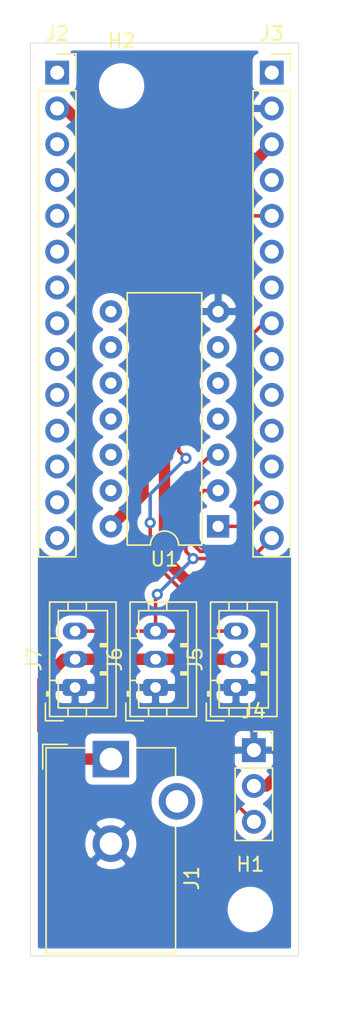
<source format=kicad_pcb>
(kicad_pcb (version 20171130) (host pcbnew "(5.1.2)-2")

  (general
    (thickness 1.6)
    (drawings 5)
    (tracks 67)
    (zones 0)
    (modules 10)
    (nets 30)
  )

  (page A4)
  (layers
    (0 F.Cu signal)
    (31 B.Cu signal)
    (32 B.Adhes user)
    (33 F.Adhes user)
    (34 B.Paste user)
    (35 F.Paste user)
    (36 B.SilkS user)
    (37 F.SilkS user)
    (38 B.Mask user)
    (39 F.Mask user)
    (40 Dwgs.User user)
    (41 Cmts.User user)
    (42 Eco1.User user)
    (43 Eco2.User user)
    (44 Edge.Cuts user)
    (45 Margin user)
    (46 B.CrtYd user)
    (47 F.CrtYd user)
    (48 B.Fab user)
    (49 F.Fab user)
  )

  (setup
    (last_trace_width 0.25)
    (trace_clearance 0.2)
    (zone_clearance 0.508)
    (zone_45_only no)
    (trace_min 0.2)
    (via_size 0.8)
    (via_drill 0.4)
    (via_min_size 0.4)
    (via_min_drill 0.3)
    (uvia_size 0.3)
    (uvia_drill 0.1)
    (uvias_allowed no)
    (uvia_min_size 0.2)
    (uvia_min_drill 0.1)
    (edge_width 0.05)
    (segment_width 0.2)
    (pcb_text_width 0.3)
    (pcb_text_size 1.5 1.5)
    (mod_edge_width 0.12)
    (mod_text_size 1 1)
    (mod_text_width 0.15)
    (pad_size 1.524 1.524)
    (pad_drill 0.762)
    (pad_to_mask_clearance 0.051)
    (solder_mask_min_width 0.25)
    (aux_axis_origin 0 0)
    (visible_elements FFFFFF7F)
    (pcbplotparams
      (layerselection 0x010fc_ffffffff)
      (usegerberextensions false)
      (usegerberattributes false)
      (usegerberadvancedattributes false)
      (creategerberjobfile false)
      (excludeedgelayer true)
      (linewidth 0.100000)
      (plotframeref false)
      (viasonmask false)
      (mode 1)
      (useauxorigin false)
      (hpglpennumber 1)
      (hpglpenspeed 20)
      (hpglpendiameter 15.000000)
      (psnegative false)
      (psa4output false)
      (plotreference true)
      (plotvalue true)
      (plotinvisibletext false)
      (padsonsilk false)
      (subtractmaskfromsilk false)
      (outputformat 1)
      (mirror false)
      (drillshape 1)
      (scaleselection 1)
      (outputdirectory ""))
  )

  (net 0 "")
  (net 1 3v)
  (net 2 GND)
  (net 3 RST)
  (net 4 AREF)
  (net 5 Vhi)
  (net 6 A0)
  (net 7 A1)
  (net 8 A2)
  (net 9 A3)
  (net 10 A4)
  (net 11 A5)
  (net 12 SCK)
  (net 13 MO)
  (net 14 MI)
  (net 15 2)
  (net 16 RX)
  (net 17 TX)
  (net 18 SDA)
  (net 19 SCL)
  (net 20 5)
  (net 21 7)
  (net 22 9)
  (net 23 10)
  (net 24 11)
  (net 25 12)
  (net 26 13)
  (net 27 USB)
  (net 28 BAT)
  (net 29 VPOW)

  (net_class Default "This is the default net class."
    (clearance 0.2)
    (trace_width 0.25)
    (via_dia 0.8)
    (via_drill 0.4)
    (uvia_dia 0.3)
    (uvia_drill 0.1)
    (add_net 10)
    (add_net 11)
    (add_net 12)
    (add_net 13)
    (add_net 2)
    (add_net 3v)
    (add_net 5)
    (add_net 7)
    (add_net 9)
    (add_net A0)
    (add_net A1)
    (add_net A2)
    (add_net A3)
    (add_net A4)
    (add_net A5)
    (add_net AREF)
    (add_net BAT)
    (add_net GND)
    (add_net MI)
    (add_net MO)
    (add_net RST)
    (add_net RX)
    (add_net SCK)
    (add_net SCL)
    (add_net SDA)
    (add_net TX)
    (add_net USB)
    (add_net VPOW)
    (add_net Vhi)
  )

  (module Connector_BarrelJack:BarrelJack_CUI_PJ-102AH_Horizontal (layer F.Cu) (tedit 5F186C94) (tstamp 5F18C085)
    (at 168.91 111.76)
    (descr "Thin-pin DC Barrel Jack, https://cdn-shop.adafruit.com/datasheets/21mmdcjackDatasheet.pdf")
    (tags "Power Jack")
    (path /5F18AA9E)
    (fp_text reference J1 (at 5.75 8.45 90) (layer F.SilkS)
      (effects (font (size 1 1) (thickness 0.15)))
    )
    (fp_text value Barrel_Jack (at -5.5 6.2 90) (layer F.Fab)
      (effects (font (size 1 1) (thickness 0.15)))
    )
    (fp_text user %R (at 0 6.5) (layer F.Fab)
      (effects (font (size 1 1) (thickness 0.15)))
    )
    (fp_line (start 1.8 -1.8) (end 1.8 -1.2) (layer F.CrtYd) (width 0.05))
    (fp_line (start 1.8 -1.2) (end 5 -1.2) (layer F.CrtYd) (width 0.05))
    (fp_line (start 5 -1.2) (end 5 1.2) (layer F.CrtYd) (width 0.05))
    (fp_line (start 5 1.2) (end 6.5 1.2) (layer F.CrtYd) (width 0.05))
    (fp_line (start 6.5 1.2) (end 6.5 4.8) (layer F.CrtYd) (width 0.05))
    (fp_line (start 6.5 4.8) (end 5 4.8) (layer F.CrtYd) (width 0.05))
    (fp_line (start 5 4.8) (end 5 14.2) (layer F.CrtYd) (width 0.05))
    (fp_line (start 5 14.2) (end -5 14.2) (layer F.CrtYd) (width 0.05))
    (fp_line (start -5 14.2) (end -5 -1.2) (layer F.CrtYd) (width 0.05))
    (fp_line (start -5 -1.2) (end -1.8 -1.2) (layer F.CrtYd) (width 0.05))
    (fp_line (start -1.8 -1.2) (end -1.8 -1.8) (layer F.CrtYd) (width 0.05))
    (fp_line (start -1.8 -1.8) (end 1.8 -1.8) (layer F.CrtYd) (width 0.05))
    (fp_line (start 4.6 4.8) (end 4.6 13.8) (layer F.SilkS) (width 0.12))
    (fp_line (start 4.6 13.8) (end -4.6 13.8) (layer F.SilkS) (width 0.12))
    (fp_line (start -4.6 13.8) (end -4.6 -0.8) (layer F.SilkS) (width 0.12))
    (fp_line (start -4.6 -0.8) (end -1.8 -0.8) (layer F.SilkS) (width 0.12))
    (fp_line (start 1.8 -0.8) (end 4.6 -0.8) (layer F.SilkS) (width 0.12))
    (fp_line (start 4.6 -0.8) (end 4.6 1.2) (layer F.SilkS) (width 0.12))
    (fp_line (start -4.84 0.7) (end -4.84 -1.04) (layer F.SilkS) (width 0.12))
    (fp_line (start -4.84 -1.04) (end -3.1 -1.04) (layer F.SilkS) (width 0.12))
    (fp_line (start 4.5 -0.7) (end 4.5 13.7) (layer F.Fab) (width 0.1))
    (fp_line (start 4.5 13.7) (end -4.5 13.7) (layer F.Fab) (width 0.1))
    (fp_line (start -4.5 13.7) (end -4.5 0.3) (layer F.Fab) (width 0.1))
    (fp_line (start -4.5 0.3) (end -3.5 -0.7) (layer F.Fab) (width 0.1))
    (fp_line (start -3.5 -0.7) (end 4.5 -0.7) (layer F.Fab) (width 0.1))
    (fp_line (start -4.5 10.2) (end 4.5 10.2) (layer F.Fab) (width 0.1))
    (pad 1 thru_hole rect (at 0 0) (size 2.6 2.6) (drill 1.6) (layers *.Cu *.Mask)
      (net 29 VPOW))
    (pad 2 thru_hole circle (at 0 6) (size 2.6 2.6) (drill 1.6) (layers *.Cu *.Mask)
      (net 2 GND))
    (pad 3 thru_hole circle (at 4.7 3) (size 2.6 2.6) (drill 1.6) (layers *.Cu *.Mask))
    (model ${KISYS3DMOD}/Connector_BarrelJack.3dshapes/BarrelJack_CUI_PJ-102AH_Horizontal.wrl
      (at (xyz 0 0 0))
      (scale (xyz 1 1 1))
      (rotate (xyz 0 0 0))
    )
    (model ${KIPRJMOD}/PJ-102AH--3DModel-STEP-56544.STEP
      (offset (xyz 0 -13.75 6.5))
      (scale (xyz 1 1 1))
      (rotate (xyz -90 0 0))
    )
  )

  (module Connector_PinSocket_2.54mm:PinSocket_1x14_P2.54mm_Vertical (layer F.Cu) (tedit 5A19A434) (tstamp 5F18C222)
    (at 165.1 63.065001)
    (descr "Through hole straight socket strip, 1x14, 2.54mm pitch, single row (from Kicad 4.0.7), script generated")
    (tags "Through hole socket strip THT 1x14 2.54mm single row")
    (path /5F1712C0)
    (fp_text reference J2 (at 0 -2.77) (layer F.SilkS)
      (effects (font (size 1 1) (thickness 0.15)))
    )
    (fp_text value ItsyBitsy (at 0 35.79) (layer F.Fab)
      (effects (font (size 1 1) (thickness 0.15)))
    )
    (fp_line (start -1.27 -1.27) (end 0.635 -1.27) (layer F.Fab) (width 0.1))
    (fp_line (start 0.635 -1.27) (end 1.27 -0.635) (layer F.Fab) (width 0.1))
    (fp_line (start 1.27 -0.635) (end 1.27 34.29) (layer F.Fab) (width 0.1))
    (fp_line (start 1.27 34.29) (end -1.27 34.29) (layer F.Fab) (width 0.1))
    (fp_line (start -1.27 34.29) (end -1.27 -1.27) (layer F.Fab) (width 0.1))
    (fp_line (start -1.33 1.27) (end 1.33 1.27) (layer F.SilkS) (width 0.12))
    (fp_line (start -1.33 1.27) (end -1.33 34.35) (layer F.SilkS) (width 0.12))
    (fp_line (start -1.33 34.35) (end 1.33 34.35) (layer F.SilkS) (width 0.12))
    (fp_line (start 1.33 1.27) (end 1.33 34.35) (layer F.SilkS) (width 0.12))
    (fp_line (start 1.33 -1.33) (end 1.33 0) (layer F.SilkS) (width 0.12))
    (fp_line (start 0 -1.33) (end 1.33 -1.33) (layer F.SilkS) (width 0.12))
    (fp_line (start -1.8 -1.8) (end 1.75 -1.8) (layer F.CrtYd) (width 0.05))
    (fp_line (start 1.75 -1.8) (end 1.75 34.8) (layer F.CrtYd) (width 0.05))
    (fp_line (start 1.75 34.8) (end -1.8 34.8) (layer F.CrtYd) (width 0.05))
    (fp_line (start -1.8 34.8) (end -1.8 -1.8) (layer F.CrtYd) (width 0.05))
    (fp_text user %R (at 0 16.51 90) (layer F.Fab)
      (effects (font (size 1 1) (thickness 0.15)))
    )
    (pad 1 thru_hole rect (at 0 0) (size 1.7 1.7) (drill 1) (layers *.Cu *.Mask)
      (net 3 RST))
    (pad 2 thru_hole oval (at 0 2.54) (size 1.7 1.7) (drill 1) (layers *.Cu *.Mask)
      (net 1 3v))
    (pad 3 thru_hole oval (at 0 5.08) (size 1.7 1.7) (drill 1) (layers *.Cu *.Mask)
      (net 4 AREF))
    (pad 4 thru_hole oval (at 0 7.62) (size 1.7 1.7) (drill 1) (layers *.Cu *.Mask)
      (net 5 Vhi))
    (pad 5 thru_hole oval (at 0 10.16) (size 1.7 1.7) (drill 1) (layers *.Cu *.Mask)
      (net 6 A0))
    (pad 6 thru_hole oval (at 0 12.7) (size 1.7 1.7) (drill 1) (layers *.Cu *.Mask)
      (net 7 A1))
    (pad 7 thru_hole oval (at 0 15.24) (size 1.7 1.7) (drill 1) (layers *.Cu *.Mask)
      (net 8 A2))
    (pad 8 thru_hole oval (at 0 17.78) (size 1.7 1.7) (drill 1) (layers *.Cu *.Mask)
      (net 9 A3))
    (pad 9 thru_hole oval (at 0 20.32) (size 1.7 1.7) (drill 1) (layers *.Cu *.Mask)
      (net 10 A4))
    (pad 10 thru_hole oval (at 0 22.86) (size 1.7 1.7) (drill 1) (layers *.Cu *.Mask)
      (net 11 A5))
    (pad 11 thru_hole oval (at 0 25.4) (size 1.7 1.7) (drill 1) (layers *.Cu *.Mask)
      (net 12 SCK))
    (pad 12 thru_hole oval (at 0 27.94) (size 1.7 1.7) (drill 1) (layers *.Cu *.Mask)
      (net 13 MO))
    (pad 13 thru_hole oval (at 0 30.48) (size 1.7 1.7) (drill 1) (layers *.Cu *.Mask)
      (net 14 MI))
    (pad 14 thru_hole oval (at 0 33.02) (size 1.7 1.7) (drill 1) (layers *.Cu *.Mask)
      (net 15 2))
    (model ${KISYS3DMOD}/Connector_PinSocket_2.54mm.3dshapes/PinSocket_1x14_P2.54mm_Vertical.wrl
      (at (xyz 0 0 0))
      (scale (xyz 1 1 1))
      (rotate (xyz 0 0 0))
    )
  )

  (module Connector_PinSocket_2.54mm:PinSocket_1x14_P2.54mm_Vertical (layer F.Cu) (tedit 5A19A434) (tstamp 5F18BBE9)
    (at 180.34 63.065001)
    (descr "Through hole straight socket strip, 1x14, 2.54mm pitch, single row (from Kicad 4.0.7), script generated")
    (tags "Through hole socket strip THT 1x14 2.54mm single row")
    (path /5F173678)
    (fp_text reference J3 (at 0 -2.77) (layer F.SilkS)
      (effects (font (size 1 1) (thickness 0.15)))
    )
    (fp_text value ItsyBitsy (at 0 35.79) (layer F.Fab)
      (effects (font (size 1 1) (thickness 0.15)))
    )
    (fp_text user %R (at 0 16.51 90) (layer F.Fab)
      (effects (font (size 1 1) (thickness 0.15)))
    )
    (fp_line (start -1.8 34.8) (end -1.8 -1.8) (layer F.CrtYd) (width 0.05))
    (fp_line (start 1.75 34.8) (end -1.8 34.8) (layer F.CrtYd) (width 0.05))
    (fp_line (start 1.75 -1.8) (end 1.75 34.8) (layer F.CrtYd) (width 0.05))
    (fp_line (start -1.8 -1.8) (end 1.75 -1.8) (layer F.CrtYd) (width 0.05))
    (fp_line (start 0 -1.33) (end 1.33 -1.33) (layer F.SilkS) (width 0.12))
    (fp_line (start 1.33 -1.33) (end 1.33 0) (layer F.SilkS) (width 0.12))
    (fp_line (start 1.33 1.27) (end 1.33 34.35) (layer F.SilkS) (width 0.12))
    (fp_line (start -1.33 34.35) (end 1.33 34.35) (layer F.SilkS) (width 0.12))
    (fp_line (start -1.33 1.27) (end -1.33 34.35) (layer F.SilkS) (width 0.12))
    (fp_line (start -1.33 1.27) (end 1.33 1.27) (layer F.SilkS) (width 0.12))
    (fp_line (start -1.27 34.29) (end -1.27 -1.27) (layer F.Fab) (width 0.1))
    (fp_line (start 1.27 34.29) (end -1.27 34.29) (layer F.Fab) (width 0.1))
    (fp_line (start 1.27 -0.635) (end 1.27 34.29) (layer F.Fab) (width 0.1))
    (fp_line (start 0.635 -1.27) (end 1.27 -0.635) (layer F.Fab) (width 0.1))
    (fp_line (start -1.27 -1.27) (end 0.635 -1.27) (layer F.Fab) (width 0.1))
    (pad 14 thru_hole oval (at 0 33.02) (size 1.7 1.7) (drill 1) (layers *.Cu *.Mask)
      (net 16 RX))
    (pad 13 thru_hole oval (at 0 30.48) (size 1.7 1.7) (drill 1) (layers *.Cu *.Mask)
      (net 17 TX))
    (pad 12 thru_hole oval (at 0 27.94) (size 1.7 1.7) (drill 1) (layers *.Cu *.Mask)
      (net 18 SDA))
    (pad 11 thru_hole oval (at 0 25.4) (size 1.7 1.7) (drill 1) (layers *.Cu *.Mask)
      (net 19 SCL))
    (pad 10 thru_hole oval (at 0 22.86) (size 1.7 1.7) (drill 1) (layers *.Cu *.Mask)
      (net 20 5))
    (pad 9 thru_hole oval (at 0 20.32) (size 1.7 1.7) (drill 1) (layers *.Cu *.Mask)
      (net 21 7))
    (pad 8 thru_hole oval (at 0 17.78) (size 1.7 1.7) (drill 1) (layers *.Cu *.Mask)
      (net 22 9))
    (pad 7 thru_hole oval (at 0 15.24) (size 1.7 1.7) (drill 1) (layers *.Cu *.Mask)
      (net 23 10))
    (pad 6 thru_hole oval (at 0 12.7) (size 1.7 1.7) (drill 1) (layers *.Cu *.Mask)
      (net 24 11))
    (pad 5 thru_hole oval (at 0 10.16) (size 1.7 1.7) (drill 1) (layers *.Cu *.Mask)
      (net 25 12))
    (pad 4 thru_hole oval (at 0 7.62) (size 1.7 1.7) (drill 1) (layers *.Cu *.Mask)
      (net 26 13))
    (pad 3 thru_hole oval (at 0 5.08) (size 1.7 1.7) (drill 1) (layers *.Cu *.Mask)
      (net 27 USB))
    (pad 2 thru_hole oval (at 0 2.54) (size 1.7 1.7) (drill 1) (layers *.Cu *.Mask)
      (net 2 GND))
    (pad 1 thru_hole rect (at 0 0) (size 1.7 1.7) (drill 1) (layers *.Cu *.Mask)
      (net 28 BAT))
    (model ${KISYS3DMOD}/Connector_PinSocket_2.54mm.3dshapes/PinSocket_1x14_P2.54mm_Vertical.wrl
      (at (xyz 0 0 0))
      (scale (xyz 1 1 1))
      (rotate (xyz 0 0 0))
    )
  )

  (module Connector_PinSocket_2.54mm:PinSocket_1x03_P2.54mm_Vertical (layer F.Cu) (tedit 5A19A429) (tstamp 5F18BC00)
    (at 179.07 111.125)
    (descr "Through hole straight socket strip, 1x03, 2.54mm pitch, single row (from Kicad 4.0.7), script generated")
    (tags "Through hole socket strip THT 1x03 2.54mm single row")
    (path /5F185295)
    (fp_text reference J4 (at 0 -2.77) (layer F.SilkS)
      (effects (font (size 1 1) (thickness 0.15)))
    )
    (fp_text value Conn_01x03_Male (at 0 7.85) (layer F.Fab)
      (effects (font (size 1 1) (thickness 0.15)))
    )
    (fp_line (start -1.27 -1.27) (end 0.635 -1.27) (layer F.Fab) (width 0.1))
    (fp_line (start 0.635 -1.27) (end 1.27 -0.635) (layer F.Fab) (width 0.1))
    (fp_line (start 1.27 -0.635) (end 1.27 6.35) (layer F.Fab) (width 0.1))
    (fp_line (start 1.27 6.35) (end -1.27 6.35) (layer F.Fab) (width 0.1))
    (fp_line (start -1.27 6.35) (end -1.27 -1.27) (layer F.Fab) (width 0.1))
    (fp_line (start -1.33 1.27) (end 1.33 1.27) (layer F.SilkS) (width 0.12))
    (fp_line (start -1.33 1.27) (end -1.33 6.41) (layer F.SilkS) (width 0.12))
    (fp_line (start -1.33 6.41) (end 1.33 6.41) (layer F.SilkS) (width 0.12))
    (fp_line (start 1.33 1.27) (end 1.33 6.41) (layer F.SilkS) (width 0.12))
    (fp_line (start 1.33 -1.33) (end 1.33 0) (layer F.SilkS) (width 0.12))
    (fp_line (start 0 -1.33) (end 1.33 -1.33) (layer F.SilkS) (width 0.12))
    (fp_line (start -1.8 -1.8) (end 1.75 -1.8) (layer F.CrtYd) (width 0.05))
    (fp_line (start 1.75 -1.8) (end 1.75 6.85) (layer F.CrtYd) (width 0.05))
    (fp_line (start 1.75 6.85) (end -1.8 6.85) (layer F.CrtYd) (width 0.05))
    (fp_line (start -1.8 6.85) (end -1.8 -1.8) (layer F.CrtYd) (width 0.05))
    (fp_text user %R (at 0 2.54 90) (layer F.Fab)
      (effects (font (size 1 1) (thickness 0.15)))
    )
    (pad 1 thru_hole rect (at 0 0) (size 1.7 1.7) (drill 1) (layers *.Cu *.Mask)
      (net 2 GND))
    (pad 2 thru_hole oval (at 0 2.54) (size 1.7 1.7) (drill 1) (layers *.Cu *.Mask)
      (net 27 USB))
    (pad 3 thru_hole oval (at 0 5.08) (size 1.7 1.7) (drill 1) (layers *.Cu *.Mask)
      (net 25 12))
    (model ${KISYS3DMOD}/Connector_PinSocket_2.54mm.3dshapes/PinSocket_1x03_P2.54mm_Vertical.wrl
      (at (xyz 0 0 0))
      (scale (xyz 1 1 1))
      (rotate (xyz 0 0 0))
    )
  )

  (module Connector_JST:JST_PH_B3B-PH-K_1x03_P2.00mm_Vertical (layer F.Cu) (tedit 5B7745C2) (tstamp 5F18BC2F)
    (at 177.8 106.68 90)
    (descr "JST PH series connector, B3B-PH-K (http://www.jst-mfg.com/product/pdf/eng/ePH.pdf), generated with kicad-footprint-generator")
    (tags "connector JST PH side entry")
    (path /5F189CE4)
    (fp_text reference J5 (at 2 -2.9 90) (layer F.SilkS)
      (effects (font (size 1 1) (thickness 0.15)))
    )
    (fp_text value Conn_01x03_Male (at 2 4 90) (layer F.Fab)
      (effects (font (size 1 1) (thickness 0.15)))
    )
    (fp_line (start -2.06 -1.81) (end -2.06 2.91) (layer F.SilkS) (width 0.12))
    (fp_line (start -2.06 2.91) (end 6.06 2.91) (layer F.SilkS) (width 0.12))
    (fp_line (start 6.06 2.91) (end 6.06 -1.81) (layer F.SilkS) (width 0.12))
    (fp_line (start 6.06 -1.81) (end -2.06 -1.81) (layer F.SilkS) (width 0.12))
    (fp_line (start -0.3 -1.81) (end -0.3 -2.01) (layer F.SilkS) (width 0.12))
    (fp_line (start -0.3 -2.01) (end -0.6 -2.01) (layer F.SilkS) (width 0.12))
    (fp_line (start -0.6 -2.01) (end -0.6 -1.81) (layer F.SilkS) (width 0.12))
    (fp_line (start -0.3 -1.91) (end -0.6 -1.91) (layer F.SilkS) (width 0.12))
    (fp_line (start 0.5 -1.81) (end 0.5 -1.2) (layer F.SilkS) (width 0.12))
    (fp_line (start 0.5 -1.2) (end -1.45 -1.2) (layer F.SilkS) (width 0.12))
    (fp_line (start -1.45 -1.2) (end -1.45 2.3) (layer F.SilkS) (width 0.12))
    (fp_line (start -1.45 2.3) (end 5.45 2.3) (layer F.SilkS) (width 0.12))
    (fp_line (start 5.45 2.3) (end 5.45 -1.2) (layer F.SilkS) (width 0.12))
    (fp_line (start 5.45 -1.2) (end 3.5 -1.2) (layer F.SilkS) (width 0.12))
    (fp_line (start 3.5 -1.2) (end 3.5 -1.81) (layer F.SilkS) (width 0.12))
    (fp_line (start -2.06 -0.5) (end -1.45 -0.5) (layer F.SilkS) (width 0.12))
    (fp_line (start -2.06 0.8) (end -1.45 0.8) (layer F.SilkS) (width 0.12))
    (fp_line (start 6.06 -0.5) (end 5.45 -0.5) (layer F.SilkS) (width 0.12))
    (fp_line (start 6.06 0.8) (end 5.45 0.8) (layer F.SilkS) (width 0.12))
    (fp_line (start 0.9 2.3) (end 0.9 1.8) (layer F.SilkS) (width 0.12))
    (fp_line (start 0.9 1.8) (end 1.1 1.8) (layer F.SilkS) (width 0.12))
    (fp_line (start 1.1 1.8) (end 1.1 2.3) (layer F.SilkS) (width 0.12))
    (fp_line (start 1 2.3) (end 1 1.8) (layer F.SilkS) (width 0.12))
    (fp_line (start 2.9 2.3) (end 2.9 1.8) (layer F.SilkS) (width 0.12))
    (fp_line (start 2.9 1.8) (end 3.1 1.8) (layer F.SilkS) (width 0.12))
    (fp_line (start 3.1 1.8) (end 3.1 2.3) (layer F.SilkS) (width 0.12))
    (fp_line (start 3 2.3) (end 3 1.8) (layer F.SilkS) (width 0.12))
    (fp_line (start -1.11 -2.11) (end -2.36 -2.11) (layer F.SilkS) (width 0.12))
    (fp_line (start -2.36 -2.11) (end -2.36 -0.86) (layer F.SilkS) (width 0.12))
    (fp_line (start -1.11 -2.11) (end -2.36 -2.11) (layer F.Fab) (width 0.1))
    (fp_line (start -2.36 -2.11) (end -2.36 -0.86) (layer F.Fab) (width 0.1))
    (fp_line (start -1.95 -1.7) (end -1.95 2.8) (layer F.Fab) (width 0.1))
    (fp_line (start -1.95 2.8) (end 5.95 2.8) (layer F.Fab) (width 0.1))
    (fp_line (start 5.95 2.8) (end 5.95 -1.7) (layer F.Fab) (width 0.1))
    (fp_line (start 5.95 -1.7) (end -1.95 -1.7) (layer F.Fab) (width 0.1))
    (fp_line (start -2.45 -2.2) (end -2.45 3.3) (layer F.CrtYd) (width 0.05))
    (fp_line (start -2.45 3.3) (end 6.45 3.3) (layer F.CrtYd) (width 0.05))
    (fp_line (start 6.45 3.3) (end 6.45 -2.2) (layer F.CrtYd) (width 0.05))
    (fp_line (start 6.45 -2.2) (end -2.45 -2.2) (layer F.CrtYd) (width 0.05))
    (fp_text user %R (at 2 1.5 90) (layer F.Fab)
      (effects (font (size 1 1) (thickness 0.15)))
    )
    (pad 1 thru_hole roundrect (at 0 0 90) (size 1.2 1.75) (drill 0.75) (layers *.Cu *.Mask) (roundrect_rratio 0.208333)
      (net 2 GND))
    (pad 2 thru_hole oval (at 2 0 90) (size 1.2 1.75) (drill 0.75) (layers *.Cu *.Mask)
      (net 29 VPOW))
    (pad 3 thru_hole oval (at 4 0 90) (size 1.2 1.75) (drill 0.75) (layers *.Cu *.Mask)
      (net 16 RX))
    (model ${KISYS3DMOD}/Connector_JST.3dshapes/JST_PH_B3B-PH-K_1x03_P2.00mm_Vertical.wrl
      (at (xyz 0 0 0))
      (scale (xyz 1 1 1))
      (rotate (xyz 0 0 0))
    )
  )

  (module Connector_JST:JST_PH_B3B-PH-K_1x03_P2.00mm_Vertical (layer F.Cu) (tedit 5B7745C2) (tstamp 5F18BC5E)
    (at 172.085 106.68 90)
    (descr "JST PH series connector, B3B-PH-K (http://www.jst-mfg.com/product/pdf/eng/ePH.pdf), generated with kicad-footprint-generator")
    (tags "connector JST PH side entry")
    (path /5F188487)
    (fp_text reference J6 (at 2 -2.9 90) (layer F.SilkS)
      (effects (font (size 1 1) (thickness 0.15)))
    )
    (fp_text value Conn_01x03_Male (at 2 4 90) (layer F.Fab)
      (effects (font (size 1 1) (thickness 0.15)))
    )
    (fp_text user %R (at 2 1.5 90) (layer F.Fab)
      (effects (font (size 1 1) (thickness 0.15)))
    )
    (fp_line (start 6.45 -2.2) (end -2.45 -2.2) (layer F.CrtYd) (width 0.05))
    (fp_line (start 6.45 3.3) (end 6.45 -2.2) (layer F.CrtYd) (width 0.05))
    (fp_line (start -2.45 3.3) (end 6.45 3.3) (layer F.CrtYd) (width 0.05))
    (fp_line (start -2.45 -2.2) (end -2.45 3.3) (layer F.CrtYd) (width 0.05))
    (fp_line (start 5.95 -1.7) (end -1.95 -1.7) (layer F.Fab) (width 0.1))
    (fp_line (start 5.95 2.8) (end 5.95 -1.7) (layer F.Fab) (width 0.1))
    (fp_line (start -1.95 2.8) (end 5.95 2.8) (layer F.Fab) (width 0.1))
    (fp_line (start -1.95 -1.7) (end -1.95 2.8) (layer F.Fab) (width 0.1))
    (fp_line (start -2.36 -2.11) (end -2.36 -0.86) (layer F.Fab) (width 0.1))
    (fp_line (start -1.11 -2.11) (end -2.36 -2.11) (layer F.Fab) (width 0.1))
    (fp_line (start -2.36 -2.11) (end -2.36 -0.86) (layer F.SilkS) (width 0.12))
    (fp_line (start -1.11 -2.11) (end -2.36 -2.11) (layer F.SilkS) (width 0.12))
    (fp_line (start 3 2.3) (end 3 1.8) (layer F.SilkS) (width 0.12))
    (fp_line (start 3.1 1.8) (end 3.1 2.3) (layer F.SilkS) (width 0.12))
    (fp_line (start 2.9 1.8) (end 3.1 1.8) (layer F.SilkS) (width 0.12))
    (fp_line (start 2.9 2.3) (end 2.9 1.8) (layer F.SilkS) (width 0.12))
    (fp_line (start 1 2.3) (end 1 1.8) (layer F.SilkS) (width 0.12))
    (fp_line (start 1.1 1.8) (end 1.1 2.3) (layer F.SilkS) (width 0.12))
    (fp_line (start 0.9 1.8) (end 1.1 1.8) (layer F.SilkS) (width 0.12))
    (fp_line (start 0.9 2.3) (end 0.9 1.8) (layer F.SilkS) (width 0.12))
    (fp_line (start 6.06 0.8) (end 5.45 0.8) (layer F.SilkS) (width 0.12))
    (fp_line (start 6.06 -0.5) (end 5.45 -0.5) (layer F.SilkS) (width 0.12))
    (fp_line (start -2.06 0.8) (end -1.45 0.8) (layer F.SilkS) (width 0.12))
    (fp_line (start -2.06 -0.5) (end -1.45 -0.5) (layer F.SilkS) (width 0.12))
    (fp_line (start 3.5 -1.2) (end 3.5 -1.81) (layer F.SilkS) (width 0.12))
    (fp_line (start 5.45 -1.2) (end 3.5 -1.2) (layer F.SilkS) (width 0.12))
    (fp_line (start 5.45 2.3) (end 5.45 -1.2) (layer F.SilkS) (width 0.12))
    (fp_line (start -1.45 2.3) (end 5.45 2.3) (layer F.SilkS) (width 0.12))
    (fp_line (start -1.45 -1.2) (end -1.45 2.3) (layer F.SilkS) (width 0.12))
    (fp_line (start 0.5 -1.2) (end -1.45 -1.2) (layer F.SilkS) (width 0.12))
    (fp_line (start 0.5 -1.81) (end 0.5 -1.2) (layer F.SilkS) (width 0.12))
    (fp_line (start -0.3 -1.91) (end -0.6 -1.91) (layer F.SilkS) (width 0.12))
    (fp_line (start -0.6 -2.01) (end -0.6 -1.81) (layer F.SilkS) (width 0.12))
    (fp_line (start -0.3 -2.01) (end -0.6 -2.01) (layer F.SilkS) (width 0.12))
    (fp_line (start -0.3 -1.81) (end -0.3 -2.01) (layer F.SilkS) (width 0.12))
    (fp_line (start 6.06 -1.81) (end -2.06 -1.81) (layer F.SilkS) (width 0.12))
    (fp_line (start 6.06 2.91) (end 6.06 -1.81) (layer F.SilkS) (width 0.12))
    (fp_line (start -2.06 2.91) (end 6.06 2.91) (layer F.SilkS) (width 0.12))
    (fp_line (start -2.06 -1.81) (end -2.06 2.91) (layer F.SilkS) (width 0.12))
    (pad 3 thru_hole oval (at 4 0 90) (size 1.2 1.75) (drill 0.75) (layers *.Cu *.Mask)
      (net 16 RX))
    (pad 2 thru_hole oval (at 2 0 90) (size 1.2 1.75) (drill 0.75) (layers *.Cu *.Mask)
      (net 29 VPOW))
    (pad 1 thru_hole roundrect (at 0 0 90) (size 1.2 1.75) (drill 0.75) (layers *.Cu *.Mask) (roundrect_rratio 0.208333)
      (net 2 GND))
    (model ${KISYS3DMOD}/Connector_JST.3dshapes/JST_PH_B3B-PH-K_1x03_P2.00mm_Vertical.wrl
      (at (xyz 0 0 0))
      (scale (xyz 1 1 1))
      (rotate (xyz 0 0 0))
    )
  )

  (module Connector_JST:JST_PH_B3B-PH-K_1x03_P2.00mm_Vertical (layer F.Cu) (tedit 5B7745C2) (tstamp 5F18BC8D)
    (at 166.37 106.68 90)
    (descr "JST PH series connector, B3B-PH-K (http://www.jst-mfg.com/product/pdf/eng/ePH.pdf), generated with kicad-footprint-generator")
    (tags "connector JST PH side entry")
    (path /5F1899F8)
    (fp_text reference J7 (at 2 -2.9 90) (layer F.SilkS)
      (effects (font (size 1 1) (thickness 0.15)))
    )
    (fp_text value Conn_01x03_Male (at 2 4 90) (layer F.Fab)
      (effects (font (size 1 1) (thickness 0.15)))
    )
    (fp_line (start -2.06 -1.81) (end -2.06 2.91) (layer F.SilkS) (width 0.12))
    (fp_line (start -2.06 2.91) (end 6.06 2.91) (layer F.SilkS) (width 0.12))
    (fp_line (start 6.06 2.91) (end 6.06 -1.81) (layer F.SilkS) (width 0.12))
    (fp_line (start 6.06 -1.81) (end -2.06 -1.81) (layer F.SilkS) (width 0.12))
    (fp_line (start -0.3 -1.81) (end -0.3 -2.01) (layer F.SilkS) (width 0.12))
    (fp_line (start -0.3 -2.01) (end -0.6 -2.01) (layer F.SilkS) (width 0.12))
    (fp_line (start -0.6 -2.01) (end -0.6 -1.81) (layer F.SilkS) (width 0.12))
    (fp_line (start -0.3 -1.91) (end -0.6 -1.91) (layer F.SilkS) (width 0.12))
    (fp_line (start 0.5 -1.81) (end 0.5 -1.2) (layer F.SilkS) (width 0.12))
    (fp_line (start 0.5 -1.2) (end -1.45 -1.2) (layer F.SilkS) (width 0.12))
    (fp_line (start -1.45 -1.2) (end -1.45 2.3) (layer F.SilkS) (width 0.12))
    (fp_line (start -1.45 2.3) (end 5.45 2.3) (layer F.SilkS) (width 0.12))
    (fp_line (start 5.45 2.3) (end 5.45 -1.2) (layer F.SilkS) (width 0.12))
    (fp_line (start 5.45 -1.2) (end 3.5 -1.2) (layer F.SilkS) (width 0.12))
    (fp_line (start 3.5 -1.2) (end 3.5 -1.81) (layer F.SilkS) (width 0.12))
    (fp_line (start -2.06 -0.5) (end -1.45 -0.5) (layer F.SilkS) (width 0.12))
    (fp_line (start -2.06 0.8) (end -1.45 0.8) (layer F.SilkS) (width 0.12))
    (fp_line (start 6.06 -0.5) (end 5.45 -0.5) (layer F.SilkS) (width 0.12))
    (fp_line (start 6.06 0.8) (end 5.45 0.8) (layer F.SilkS) (width 0.12))
    (fp_line (start 0.9 2.3) (end 0.9 1.8) (layer F.SilkS) (width 0.12))
    (fp_line (start 0.9 1.8) (end 1.1 1.8) (layer F.SilkS) (width 0.12))
    (fp_line (start 1.1 1.8) (end 1.1 2.3) (layer F.SilkS) (width 0.12))
    (fp_line (start 1 2.3) (end 1 1.8) (layer F.SilkS) (width 0.12))
    (fp_line (start 2.9 2.3) (end 2.9 1.8) (layer F.SilkS) (width 0.12))
    (fp_line (start 2.9 1.8) (end 3.1 1.8) (layer F.SilkS) (width 0.12))
    (fp_line (start 3.1 1.8) (end 3.1 2.3) (layer F.SilkS) (width 0.12))
    (fp_line (start 3 2.3) (end 3 1.8) (layer F.SilkS) (width 0.12))
    (fp_line (start -1.11 -2.11) (end -2.36 -2.11) (layer F.SilkS) (width 0.12))
    (fp_line (start -2.36 -2.11) (end -2.36 -0.86) (layer F.SilkS) (width 0.12))
    (fp_line (start -1.11 -2.11) (end -2.36 -2.11) (layer F.Fab) (width 0.1))
    (fp_line (start -2.36 -2.11) (end -2.36 -0.86) (layer F.Fab) (width 0.1))
    (fp_line (start -1.95 -1.7) (end -1.95 2.8) (layer F.Fab) (width 0.1))
    (fp_line (start -1.95 2.8) (end 5.95 2.8) (layer F.Fab) (width 0.1))
    (fp_line (start 5.95 2.8) (end 5.95 -1.7) (layer F.Fab) (width 0.1))
    (fp_line (start 5.95 -1.7) (end -1.95 -1.7) (layer F.Fab) (width 0.1))
    (fp_line (start -2.45 -2.2) (end -2.45 3.3) (layer F.CrtYd) (width 0.05))
    (fp_line (start -2.45 3.3) (end 6.45 3.3) (layer F.CrtYd) (width 0.05))
    (fp_line (start 6.45 3.3) (end 6.45 -2.2) (layer F.CrtYd) (width 0.05))
    (fp_line (start 6.45 -2.2) (end -2.45 -2.2) (layer F.CrtYd) (width 0.05))
    (fp_text user %R (at 2 1.5 90) (layer F.Fab)
      (effects (font (size 1 1) (thickness 0.15)))
    )
    (pad 1 thru_hole roundrect (at 0 0 90) (size 1.2 1.75) (drill 0.75) (layers *.Cu *.Mask) (roundrect_rratio 0.208333)
      (net 2 GND))
    (pad 2 thru_hole oval (at 2 0 90) (size 1.2 1.75) (drill 0.75) (layers *.Cu *.Mask)
      (net 29 VPOW))
    (pad 3 thru_hole oval (at 4 0 90) (size 1.2 1.75) (drill 0.75) (layers *.Cu *.Mask)
      (net 16 RX))
    (model ${KISYS3DMOD}/Connector_JST.3dshapes/JST_PH_B3B-PH-K_1x03_P2.00mm_Vertical.wrl
      (at (xyz 0 0 0))
      (scale (xyz 1 1 1))
      (rotate (xyz 0 0 0))
    )
  )

  (module Package_DIP:DIP-14_W7.62mm (layer F.Cu) (tedit 5A02E8C5) (tstamp 5F18BCAF)
    (at 176.53 95.25 180)
    (descr "14-lead though-hole mounted DIP package, row spacing 7.62 mm (300 mils)")
    (tags "THT DIP DIL PDIP 2.54mm 7.62mm 300mil")
    (path /5F17E882)
    (fp_text reference U1 (at 3.81 -2.33) (layer F.SilkS)
      (effects (font (size 1 1) (thickness 0.15)))
    )
    (fp_text value 74126 (at 3.81 17.57) (layer F.Fab)
      (effects (font (size 1 1) (thickness 0.15)))
    )
    (fp_arc (start 3.81 -1.33) (end 2.81 -1.33) (angle -180) (layer F.SilkS) (width 0.12))
    (fp_line (start 1.635 -1.27) (end 6.985 -1.27) (layer F.Fab) (width 0.1))
    (fp_line (start 6.985 -1.27) (end 6.985 16.51) (layer F.Fab) (width 0.1))
    (fp_line (start 6.985 16.51) (end 0.635 16.51) (layer F.Fab) (width 0.1))
    (fp_line (start 0.635 16.51) (end 0.635 -0.27) (layer F.Fab) (width 0.1))
    (fp_line (start 0.635 -0.27) (end 1.635 -1.27) (layer F.Fab) (width 0.1))
    (fp_line (start 2.81 -1.33) (end 1.16 -1.33) (layer F.SilkS) (width 0.12))
    (fp_line (start 1.16 -1.33) (end 1.16 16.57) (layer F.SilkS) (width 0.12))
    (fp_line (start 1.16 16.57) (end 6.46 16.57) (layer F.SilkS) (width 0.12))
    (fp_line (start 6.46 16.57) (end 6.46 -1.33) (layer F.SilkS) (width 0.12))
    (fp_line (start 6.46 -1.33) (end 4.81 -1.33) (layer F.SilkS) (width 0.12))
    (fp_line (start -1.1 -1.55) (end -1.1 16.8) (layer F.CrtYd) (width 0.05))
    (fp_line (start -1.1 16.8) (end 8.7 16.8) (layer F.CrtYd) (width 0.05))
    (fp_line (start 8.7 16.8) (end 8.7 -1.55) (layer F.CrtYd) (width 0.05))
    (fp_line (start 8.7 -1.55) (end -1.1 -1.55) (layer F.CrtYd) (width 0.05))
    (fp_text user %R (at 3.81 7.62) (layer F.Fab)
      (effects (font (size 1 1) (thickness 0.15)))
    )
    (pad 1 thru_hole rect (at 0 0 180) (size 1.6 1.6) (drill 0.8) (layers *.Cu *.Mask)
      (net 22 9))
    (pad 8 thru_hole oval (at 7.62 15.24 180) (size 1.6 1.6) (drill 0.8) (layers *.Cu *.Mask))
    (pad 2 thru_hole oval (at 0 2.54 180) (size 1.6 1.6) (drill 0.8) (layers *.Cu *.Mask)
      (net 17 TX))
    (pad 9 thru_hole oval (at 7.62 12.7 180) (size 1.6 1.6) (drill 0.8) (layers *.Cu *.Mask))
    (pad 3 thru_hole oval (at 0 5.08 180) (size 1.6 1.6) (drill 0.8) (layers *.Cu *.Mask)
      (net 16 RX))
    (pad 10 thru_hole oval (at 7.62 10.16 180) (size 1.6 1.6) (drill 0.8) (layers *.Cu *.Mask))
    (pad 4 thru_hole oval (at 0 7.62 180) (size 1.6 1.6) (drill 0.8) (layers *.Cu *.Mask))
    (pad 11 thru_hole oval (at 7.62 7.62 180) (size 1.6 1.6) (drill 0.8) (layers *.Cu *.Mask))
    (pad 5 thru_hole oval (at 0 10.16 180) (size 1.6 1.6) (drill 0.8) (layers *.Cu *.Mask))
    (pad 12 thru_hole oval (at 7.62 5.08 180) (size 1.6 1.6) (drill 0.8) (layers *.Cu *.Mask))
    (pad 6 thru_hole oval (at 0 12.7 180) (size 1.6 1.6) (drill 0.8) (layers *.Cu *.Mask))
    (pad 13 thru_hole oval (at 7.62 2.54 180) (size 1.6 1.6) (drill 0.8) (layers *.Cu *.Mask))
    (pad 7 thru_hole oval (at 0 15.24 180) (size 1.6 1.6) (drill 0.8) (layers *.Cu *.Mask)
      (net 2 GND))
    (pad 14 thru_hole oval (at 7.62 0 180) (size 1.6 1.6) (drill 0.8) (layers *.Cu *.Mask)
      (net 1 3v))
    (model ${KISYS3DMOD}/Package_DIP.3dshapes/DIP-14_W7.62mm.wrl
      (at (xyz 0 0 0))
      (scale (xyz 1 1 1))
      (rotate (xyz 0 0 0))
    )
  )

  (module MountingHole:MountingHole_2.2mm_M2 (layer F.Cu) (tedit 56D1B4CB) (tstamp 5F18C934)
    (at 178.816 122.428)
    (descr "Mounting Hole 2.2mm, no annular, M2")
    (tags "mounting hole 2.2mm no annular m2")
    (path /5F1920B6)
    (attr virtual)
    (fp_text reference H1 (at 0 -3.2) (layer F.SilkS)
      (effects (font (size 1 1) (thickness 0.15)))
    )
    (fp_text value MountingHole (at 0 3.2) (layer F.Fab)
      (effects (font (size 1 1) (thickness 0.15)))
    )
    (fp_text user %R (at 0.3 0) (layer F.Fab)
      (effects (font (size 1 1) (thickness 0.15)))
    )
    (fp_circle (center 0 0) (end 2.2 0) (layer Cmts.User) (width 0.15))
    (fp_circle (center 0 0) (end 2.45 0) (layer F.CrtYd) (width 0.05))
    (pad 1 np_thru_hole circle (at 0 0) (size 2.2 2.2) (drill 2.2) (layers *.Cu *.Mask))
  )

  (module MountingHole:MountingHole_2.2mm_M2 (layer F.Cu) (tedit 56D1B4CB) (tstamp 5F18C93C)
    (at 169.672 64.008)
    (descr "Mounting Hole 2.2mm, no annular, M2")
    (tags "mounting hole 2.2mm no annular m2")
    (path /5F193B06)
    (attr virtual)
    (fp_text reference H2 (at 0 -3.2) (layer F.SilkS)
      (effects (font (size 1 1) (thickness 0.15)))
    )
    (fp_text value MountingHole (at 0 3.2) (layer F.Fab)
      (effects (font (size 1 1) (thickness 0.15)))
    )
    (fp_circle (center 0 0) (end 2.45 0) (layer F.CrtYd) (width 0.05))
    (fp_circle (center 0 0) (end 2.2 0) (layer Cmts.User) (width 0.15))
    (fp_text user %R (at 0.3 0) (layer F.Fab)
      (effects (font (size 1 1) (thickness 0.15)))
    )
    (pad 1 np_thru_hole circle (at 0 0) (size 2.2 2.2) (drill 2.2) (layers *.Cu *.Mask))
  )

  (gr_line (start 182.245 60.96) (end 163.195 60.96) (layer Edge.Cuts) (width 0.05) (tstamp 5F18C8EB))
  (gr_line (start 182.245 125.73) (end 182.245 60.96) (layer Edge.Cuts) (width 0.05))
  (gr_line (start 180.975 125.73) (end 182.245 125.73) (layer Edge.Cuts) (width 0.05))
  (gr_line (start 163.195 125.73) (end 180.975 125.73) (layer Edge.Cuts) (width 0.05))
  (gr_line (start 163.195 60.96) (end 163.195 125.73) (layer Edge.Cuts) (width 0.05))

  (segment (start 165.1 65.605001) (end 165.681001 65.605001) (width 0.8128) (layer F.Cu) (net 1))
  (segment (start 165.681001 65.605001) (end 171.196 71.12) (width 0.8128) (layer F.Cu) (net 1))
  (segment (start 171.196 92.964) (end 168.91 95.25) (width 0.8128) (layer F.Cu) (net 1))
  (segment (start 171.196 71.12) (end 171.196 92.964) (width 0.8128) (layer F.Cu) (net 1))
  (segment (start 166.37 102.68) (end 172.085 102.68) (width 0.25) (layer F.Cu) (net 16))
  (segment (start 172.085 102.68) (end 177.8 102.68) (width 0.25) (layer F.Cu) (net 16))
  (segment (start 176.53 90.17) (end 176.022 90.17) (width 0.25) (layer F.Cu) (net 16))
  (segment (start 176.022 90.17) (end 174.244 91.948) (width 0.25) (layer F.Cu) (net 16))
  (segment (start 178.889001 97.536) (end 180.34 96.085001) (width 0.25) (layer F.Cu) (net 16))
  (segment (start 172.085 102.68) (end 172.085 100.203) (width 0.25) (layer F.Cu) (net 16))
  (via (at 172.212 100.076) (size 0.8) (drill 0.4) (layers F.Cu B.Cu) (net 16))
  (via (at 174.752 97.536) (size 0.8) (drill 0.4) (layers F.Cu B.Cu) (net 16))
  (segment (start 172.72 99.568) (end 174.752 97.536) (width 0.25) (layer B.Cu) (net 16))
  (segment (start 176.276 97.536) (end 174.752 97.536) (width 0.25) (layer F.Cu) (net 16))
  (segment (start 176.276 97.536) (end 178.889001 97.536) (width 0.25) (layer F.Cu) (net 16))
  (segment (start 175.13159 97.536) (end 176.276 97.536) (width 0.25) (layer F.Cu) (net 16))
  (segment (start 174.244 97.028) (end 174.752 97.536) (width 0.25) (layer F.Cu) (net 16))
  (segment (start 174.244 96.52) (end 174.244 97.028) (width 0.25) (layer F.Cu) (net 16))
  (segment (start 174.244 96.52) (end 174.244 96.64841) (width 0.25) (layer F.Cu) (net 16))
  (segment (start 174.244 91.948) (end 174.244 96.52) (width 0.25) (layer F.Cu) (net 16))
  (segment (start 172.72 99.568) (end 172.212 100.076) (width 0.25) (layer B.Cu) (net 16))
  (segment (start 174.752 96.52) (end 174.752 93.472) (width 0.25) (layer F.Cu) (net 17))
  (segment (start 179.250999 93.545001) (end 178.816 93.98) (width 0.25) (layer F.Cu) (net 17))
  (segment (start 175.514 92.71) (end 176.53 92.71) (width 0.25) (layer F.Cu) (net 17))
  (segment (start 180.34 93.545001) (end 179.250999 93.545001) (width 0.25) (layer F.Cu) (net 17))
  (segment (start 178.816 96.012) (end 177.8 97.028) (width 0.25) (layer F.Cu) (net 17))
  (segment (start 178.816 93.98) (end 178.816 96.012) (width 0.25) (layer F.Cu) (net 17))
  (segment (start 177.8 97.028) (end 175.26 97.028) (width 0.25) (layer F.Cu) (net 17))
  (segment (start 174.752 93.472) (end 175.514 92.71) (width 0.25) (layer F.Cu) (net 17))
  (segment (start 175.26 97.028) (end 174.752 96.52) (width 0.25) (layer F.Cu) (net 17))
  (segment (start 176.53 95.25) (end 178.054 95.25) (width 0.25) (layer F.Cu) (net 22))
  (segment (start 178.054 95.25) (end 178.308 94.996) (width 0.25) (layer F.Cu) (net 22))
  (segment (start 178.308 94.996) (end 178.308 82.296) (width 0.25) (layer F.Cu) (net 22))
  (segment (start 179.758999 80.845001) (end 180.34 80.845001) (width 0.25) (layer F.Cu) (net 22))
  (segment (start 178.308 82.296) (end 179.758999 80.845001) (width 0.25) (layer F.Cu) (net 22))
  (segment (start 180.34 73.225001) (end 177.218999 73.225001) (width 0.25) (layer F.Cu) (net 25))
  (segment (start 177.218999 73.225001) (end 173.736 76.708) (width 0.25) (layer F.Cu) (net 25))
  (via (at 174.244 90.424) (size 0.8) (drill 0.4) (layers F.Cu B.Cu) (net 25))
  (segment (start 173.736 76.708) (end 173.736 89.916) (width 0.25) (layer F.Cu) (net 25))
  (segment (start 173.736 89.916) (end 174.244 90.424) (width 0.25) (layer F.Cu) (net 25))
  (via (at 171.704 94.996) (size 0.8) (drill 0.4) (layers F.Cu B.Cu) (net 25))
  (segment (start 174.244 90.424) (end 171.704 92.964) (width 0.25) (layer B.Cu) (net 25))
  (segment (start 171.704 92.964) (end 171.704 94.996) (width 0.25) (layer B.Cu) (net 25))
  (segment (start 171.704 94.996) (end 171.704 97.554369) (width 0.25) (layer F.Cu) (net 25))
  (segment (start 171.704 97.554369) (end 173.941041 99.79141) (width 0.25) (layer F.Cu) (net 25))
  (segment (start 173.941041 99.79141) (end 177.497042 99.79141) (width 0.25) (layer F.Cu) (net 25))
  (segment (start 177.497042 99.79141) (end 180.11659 102.410958) (width 0.25) (layer F.Cu) (net 25))
  (segment (start 180.11659 102.410958) (end 180.11659 107.91941) (width 0.25) (layer F.Cu) (net 25))
  (segment (start 180.11659 107.91941) (end 179.07 108.966) (width 0.25) (layer F.Cu) (net 25))
  (segment (start 179.07 108.966) (end 177.546 108.966) (width 0.25) (layer F.Cu) (net 25))
  (segment (start 177.546 108.966) (end 177.038 109.474) (width 0.25) (layer F.Cu) (net 25))
  (segment (start 177.038 114.173) (end 179.07 116.205) (width 0.25) (layer F.Cu) (net 25))
  (segment (start 177.038 109.474) (end 177.038 114.173) (width 0.25) (layer F.Cu) (net 25))
  (segment (start 179.07 113.665) (end 179.959 113.665) (width 0.8128) (layer F.Cu) (net 27))
  (segment (start 179.959 113.665) (end 180.848 112.776) (width 0.8128) (layer F.Cu) (net 27))
  (segment (start 180.848 112.776) (end 180.848 102.108) (width 0.8128) (layer F.Cu) (net 27))
  (segment (start 180.848 102.108) (end 177.8 99.06) (width 0.8128) (layer F.Cu) (net 27))
  (segment (start 177.8 99.06) (end 174.244 99.06) (width 0.8128) (layer F.Cu) (net 27))
  (segment (start 174.244 99.06) (end 172.72 97.536) (width 0.8128) (layer F.Cu) (net 27))
  (segment (start 172.72 75.765001) (end 180.34 68.145001) (width 0.8128) (layer F.Cu) (net 27))
  (segment (start 172.72 97.536) (end 172.72 75.765001) (width 0.8128) (layer F.Cu) (net 27))
  (segment (start 168.91 111.76) (end 166.116 111.76) (width 0.8128) (layer F.Cu) (net 29))
  (segment (start 166.116 111.76) (end 164.084 109.728) (width 0.8128) (layer F.Cu) (net 29))
  (segment (start 164.084 109.728) (end 164.084 106.172) (width 0.8128) (layer F.Cu) (net 29))
  (segment (start 165.576 104.68) (end 166.37 104.68) (width 0.8128) (layer F.Cu) (net 29))
  (segment (start 164.084 106.172) (end 165.576 104.68) (width 0.8128) (layer F.Cu) (net 29))
  (segment (start 166.37 104.68) (end 177.8 104.68) (width 0.8128) (layer F.Cu) (net 29))

  (zone (net 2) (net_name GND) (layer B.Cu) (tstamp 0) (hatch edge 0.508)
    (connect_pads (clearance 0.508))
    (min_thickness 0.254)
    (fill yes (arc_segments 32) (thermal_gap 0.508) (thermal_bridge_width 0.508))
    (polygon
      (pts
        (xy 161.036 57.912) (xy 184.404 57.912) (xy 184.404 130.556) (xy 161.036 130.556)
      )
    )
    (filled_polygon
      (pts
        (xy 179.24582 61.625499) (xy 179.135506 61.684464) (xy 179.038815 61.763816) (xy 178.959463 61.860507) (xy 178.900498 61.970821)
        (xy 178.864188 62.090519) (xy 178.851928 62.215001) (xy 178.851928 63.915001) (xy 178.864188 64.039483) (xy 178.900498 64.159181)
        (xy 178.959463 64.269495) (xy 179.038815 64.366186) (xy 179.135506 64.445538) (xy 179.24582 64.504503) (xy 179.326466 64.528967)
        (xy 179.242412 64.604732) (xy 179.068359 64.838081) (xy 178.943175 65.100902) (xy 178.898524 65.248111) (xy 179.019845 65.478001)
        (xy 180.213 65.478001) (xy 180.213 65.458001) (xy 180.467 65.458001) (xy 180.467 65.478001) (xy 180.487 65.478001)
        (xy 180.487 65.732001) (xy 180.467 65.732001) (xy 180.467 65.752001) (xy 180.213 65.752001) (xy 180.213 65.732001)
        (xy 179.019845 65.732001) (xy 178.898524 65.961891) (xy 178.943175 66.1091) (xy 179.068359 66.371921) (xy 179.242412 66.60527)
        (xy 179.458645 66.800179) (xy 179.575523 66.8698) (xy 179.510986 66.904295) (xy 179.284866 67.089867) (xy 179.099294 67.315987)
        (xy 178.961401 67.573967) (xy 178.876487 67.85389) (xy 178.847815 68.145001) (xy 178.876487 68.436112) (xy 178.961401 68.716035)
        (xy 179.099294 68.974015) (xy 179.284866 69.200135) (xy 179.510986 69.385707) (xy 179.565791 69.415001) (xy 179.510986 69.444295)
        (xy 179.284866 69.629867) (xy 179.099294 69.855987) (xy 178.961401 70.113967) (xy 178.876487 70.39389) (xy 178.847815 70.685001)
        (xy 178.876487 70.976112) (xy 178.961401 71.256035) (xy 179.099294 71.514015) (xy 179.284866 71.740135) (xy 179.510986 71.925707)
        (xy 179.565791 71.955001) (xy 179.510986 71.984295) (xy 179.284866 72.169867) (xy 179.099294 72.395987) (xy 178.961401 72.653967)
        (xy 178.876487 72.93389) (xy 178.847815 73.225001) (xy 178.876487 73.516112) (xy 178.961401 73.796035) (xy 179.099294 74.054015)
        (xy 179.284866 74.280135) (xy 179.510986 74.465707) (xy 179.565791 74.495001) (xy 179.510986 74.524295) (xy 179.284866 74.709867)
        (xy 179.099294 74.935987) (xy 178.961401 75.193967) (xy 178.876487 75.47389) (xy 178.847815 75.765001) (xy 178.876487 76.056112)
        (xy 178.961401 76.336035) (xy 179.099294 76.594015) (xy 179.284866 76.820135) (xy 179.510986 77.005707) (xy 179.565791 77.035001)
        (xy 179.510986 77.064295) (xy 179.284866 77.249867) (xy 179.099294 77.475987) (xy 178.961401 77.733967) (xy 178.876487 78.01389)
        (xy 178.847815 78.305001) (xy 178.876487 78.596112) (xy 178.961401 78.876035) (xy 179.099294 79.134015) (xy 179.284866 79.360135)
        (xy 179.510986 79.545707) (xy 179.565791 79.575001) (xy 179.510986 79.604295) (xy 179.284866 79.789867) (xy 179.099294 80.015987)
        (xy 178.961401 80.273967) (xy 178.876487 80.55389) (xy 178.847815 80.845001) (xy 178.876487 81.136112) (xy 178.961401 81.416035)
        (xy 179.099294 81.674015) (xy 179.284866 81.900135) (xy 179.510986 82.085707) (xy 179.565791 82.115001) (xy 179.510986 82.144295)
        (xy 179.284866 82.329867) (xy 179.099294 82.555987) (xy 178.961401 82.813967) (xy 178.876487 83.09389) (xy 178.847815 83.385001)
        (xy 178.876487 83.676112) (xy 178.961401 83.956035) (xy 179.099294 84.214015) (xy 179.284866 84.440135) (xy 179.510986 84.625707)
        (xy 179.565791 84.655001) (xy 179.510986 84.684295) (xy 179.284866 84.869867) (xy 179.099294 85.095987) (xy 178.961401 85.353967)
        (xy 178.876487 85.63389) (xy 178.847815 85.925001) (xy 178.876487 86.216112) (xy 178.961401 86.496035) (xy 179.099294 86.754015)
        (xy 179.284866 86.980135) (xy 179.510986 87.165707) (xy 179.565791 87.195001) (xy 179.510986 87.224295) (xy 179.284866 87.409867)
        (xy 179.099294 87.635987) (xy 178.961401 87.893967) (xy 178.876487 88.17389) (xy 178.847815 88.465001) (xy 178.876487 88.756112)
        (xy 178.961401 89.036035) (xy 179.099294 89.294015) (xy 179.284866 89.520135) (xy 179.510986 89.705707) (xy 179.565791 89.735001)
        (xy 179.510986 89.764295) (xy 179.284866 89.949867) (xy 179.099294 90.175987) (xy 178.961401 90.433967) (xy 178.876487 90.71389)
        (xy 178.847815 91.005001) (xy 178.876487 91.296112) (xy 178.961401 91.576035) (xy 179.099294 91.834015) (xy 179.284866 92.060135)
        (xy 179.510986 92.245707) (xy 179.565791 92.275001) (xy 179.510986 92.304295) (xy 179.284866 92.489867) (xy 179.099294 92.715987)
        (xy 178.961401 92.973967) (xy 178.876487 93.25389) (xy 178.847815 93.545001) (xy 178.876487 93.836112) (xy 178.961401 94.116035)
        (xy 179.099294 94.374015) (xy 179.284866 94.600135) (xy 179.510986 94.785707) (xy 179.565791 94.815001) (xy 179.510986 94.844295)
        (xy 179.284866 95.029867) (xy 179.099294 95.255987) (xy 178.961401 95.513967) (xy 178.876487 95.79389) (xy 178.847815 96.085001)
        (xy 178.876487 96.376112) (xy 178.961401 96.656035) (xy 179.099294 96.914015) (xy 179.284866 97.140135) (xy 179.510986 97.325707)
        (xy 179.768966 97.4636) (xy 180.048889 97.548514) (xy 180.26705 97.570001) (xy 180.41295 97.570001) (xy 180.631111 97.548514)
        (xy 180.911034 97.4636) (xy 181.169014 97.325707) (xy 181.395134 97.140135) (xy 181.580706 96.914015) (xy 181.585 96.905981)
        (xy 181.585 125.07) (xy 163.855 125.07) (xy 163.855 122.257117) (xy 177.081 122.257117) (xy 177.081 122.598883)
        (xy 177.147675 122.934081) (xy 177.278463 123.249831) (xy 177.468337 123.533998) (xy 177.710002 123.775663) (xy 177.994169 123.965537)
        (xy 178.309919 124.096325) (xy 178.645117 124.163) (xy 178.986883 124.163) (xy 179.322081 124.096325) (xy 179.637831 123.965537)
        (xy 179.921998 123.775663) (xy 180.163663 123.533998) (xy 180.353537 123.249831) (xy 180.484325 122.934081) (xy 180.551 122.598883)
        (xy 180.551 122.257117) (xy 180.484325 121.921919) (xy 180.353537 121.606169) (xy 180.163663 121.322002) (xy 179.921998 121.080337)
        (xy 179.637831 120.890463) (xy 179.322081 120.759675) (xy 178.986883 120.693) (xy 178.645117 120.693) (xy 178.309919 120.759675)
        (xy 177.994169 120.890463) (xy 177.710002 121.080337) (xy 177.468337 121.322002) (xy 177.278463 121.606169) (xy 177.147675 121.921919)
        (xy 177.081 122.257117) (xy 163.855 122.257117) (xy 163.855 119.109224) (xy 167.740381 119.109224) (xy 167.872317 119.404312)
        (xy 168.213045 119.575159) (xy 168.580557 119.67625) (xy 168.960729 119.703701) (xy 169.338951 119.656457) (xy 169.70069 119.536333)
        (xy 169.947683 119.404312) (xy 170.079619 119.109224) (xy 168.91 117.939605) (xy 167.740381 119.109224) (xy 163.855 119.109224)
        (xy 163.855 117.810729) (xy 166.966299 117.810729) (xy 167.013543 118.188951) (xy 167.133667 118.55069) (xy 167.265688 118.797683)
        (xy 167.560776 118.929619) (xy 168.730395 117.76) (xy 169.089605 117.76) (xy 170.259224 118.929619) (xy 170.554312 118.797683)
        (xy 170.725159 118.456955) (xy 170.82625 118.089443) (xy 170.853701 117.709271) (xy 170.806457 117.331049) (xy 170.686333 116.96931)
        (xy 170.554312 116.722317) (xy 170.259224 116.590381) (xy 169.089605 117.76) (xy 168.730395 117.76) (xy 167.560776 116.590381)
        (xy 167.265688 116.722317) (xy 167.094841 117.063045) (xy 166.99375 117.430557) (xy 166.966299 117.810729) (xy 163.855 117.810729)
        (xy 163.855 116.410776) (xy 167.740381 116.410776) (xy 168.91 117.580395) (xy 170.079619 116.410776) (xy 169.947683 116.115688)
        (xy 169.606955 115.944841) (xy 169.239443 115.84375) (xy 168.859271 115.816299) (xy 168.481049 115.863543) (xy 168.11931 115.983667)
        (xy 167.872317 116.115688) (xy 167.740381 116.410776) (xy 163.855 116.410776) (xy 163.855 114.569419) (xy 171.675 114.569419)
        (xy 171.675 114.950581) (xy 171.749361 115.324419) (xy 171.895225 115.676566) (xy 172.106987 115.993491) (xy 172.376509 116.263013)
        (xy 172.693434 116.474775) (xy 173.045581 116.620639) (xy 173.419419 116.695) (xy 173.800581 116.695) (xy 174.174419 116.620639)
        (xy 174.526566 116.474775) (xy 174.843491 116.263013) (xy 175.113013 115.993491) (xy 175.324775 115.676566) (xy 175.470639 115.324419)
        (xy 175.545 114.950581) (xy 175.545 114.569419) (xy 175.470639 114.195581) (xy 175.324775 113.843434) (xy 175.20555 113.665)
        (xy 177.577815 113.665) (xy 177.606487 113.956111) (xy 177.691401 114.236034) (xy 177.829294 114.494014) (xy 178.014866 114.720134)
        (xy 178.240986 114.905706) (xy 178.295791 114.935) (xy 178.240986 114.964294) (xy 178.014866 115.149866) (xy 177.829294 115.375986)
        (xy 177.691401 115.633966) (xy 177.606487 115.913889) (xy 177.577815 116.205) (xy 177.606487 116.496111) (xy 177.691401 116.776034)
        (xy 177.829294 117.034014) (xy 178.014866 117.260134) (xy 178.240986 117.445706) (xy 178.498966 117.583599) (xy 178.778889 117.668513)
        (xy 178.99705 117.69) (xy 179.14295 117.69) (xy 179.361111 117.668513) (xy 179.641034 117.583599) (xy 179.899014 117.445706)
        (xy 180.125134 117.260134) (xy 180.310706 117.034014) (xy 180.448599 116.776034) (xy 180.533513 116.496111) (xy 180.562185 116.205)
        (xy 180.533513 115.913889) (xy 180.448599 115.633966) (xy 180.310706 115.375986) (xy 180.125134 115.149866) (xy 179.899014 114.964294)
        (xy 179.844209 114.935) (xy 179.899014 114.905706) (xy 180.125134 114.720134) (xy 180.310706 114.494014) (xy 180.448599 114.236034)
        (xy 180.533513 113.956111) (xy 180.562185 113.665) (xy 180.533513 113.373889) (xy 180.448599 113.093966) (xy 180.310706 112.835986)
        (xy 180.125134 112.609866) (xy 180.095313 112.585393) (xy 180.16418 112.564502) (xy 180.274494 112.505537) (xy 180.371185 112.426185)
        (xy 180.450537 112.329494) (xy 180.509502 112.21918) (xy 180.545812 112.099482) (xy 180.558072 111.975) (xy 180.555 111.41075)
        (xy 180.39625 111.252) (xy 179.197 111.252) (xy 179.197 111.272) (xy 178.943 111.272) (xy 178.943 111.252)
        (xy 177.74375 111.252) (xy 177.585 111.41075) (xy 177.581928 111.975) (xy 177.594188 112.099482) (xy 177.630498 112.21918)
        (xy 177.689463 112.329494) (xy 177.768815 112.426185) (xy 177.865506 112.505537) (xy 177.97582 112.564502) (xy 178.044687 112.585393)
        (xy 178.014866 112.609866) (xy 177.829294 112.835986) (xy 177.691401 113.093966) (xy 177.606487 113.373889) (xy 177.577815 113.665)
        (xy 175.20555 113.665) (xy 175.113013 113.526509) (xy 174.843491 113.256987) (xy 174.526566 113.045225) (xy 174.174419 112.899361)
        (xy 173.800581 112.825) (xy 173.419419 112.825) (xy 173.045581 112.899361) (xy 172.693434 113.045225) (xy 172.376509 113.256987)
        (xy 172.106987 113.526509) (xy 171.895225 113.843434) (xy 171.749361 114.195581) (xy 171.675 114.569419) (xy 163.855 114.569419)
        (xy 163.855 110.46) (xy 166.971928 110.46) (xy 166.971928 113.06) (xy 166.984188 113.184482) (xy 167.020498 113.30418)
        (xy 167.079463 113.414494) (xy 167.158815 113.511185) (xy 167.255506 113.590537) (xy 167.36582 113.649502) (xy 167.485518 113.685812)
        (xy 167.61 113.698072) (xy 170.21 113.698072) (xy 170.334482 113.685812) (xy 170.45418 113.649502) (xy 170.564494 113.590537)
        (xy 170.661185 113.511185) (xy 170.740537 113.414494) (xy 170.799502 113.30418) (xy 170.835812 113.184482) (xy 170.848072 113.06)
        (xy 170.848072 110.46) (xy 170.835812 110.335518) (xy 170.817455 110.275) (xy 177.581928 110.275) (xy 177.585 110.83925)
        (xy 177.74375 110.998) (xy 178.943 110.998) (xy 178.943 109.79875) (xy 179.197 109.79875) (xy 179.197 110.998)
        (xy 180.39625 110.998) (xy 180.555 110.83925) (xy 180.558072 110.275) (xy 180.545812 110.150518) (xy 180.509502 110.03082)
        (xy 180.450537 109.920506) (xy 180.371185 109.823815) (xy 180.274494 109.744463) (xy 180.16418 109.685498) (xy 180.044482 109.649188)
        (xy 179.92 109.636928) (xy 179.35575 109.64) (xy 179.197 109.79875) (xy 178.943 109.79875) (xy 178.78425 109.64)
        (xy 178.22 109.636928) (xy 178.095518 109.649188) (xy 177.97582 109.685498) (xy 177.865506 109.744463) (xy 177.768815 109.823815)
        (xy 177.689463 109.920506) (xy 177.630498 110.03082) (xy 177.594188 110.150518) (xy 177.581928 110.275) (xy 170.817455 110.275)
        (xy 170.799502 110.21582) (xy 170.740537 110.105506) (xy 170.661185 110.008815) (xy 170.564494 109.929463) (xy 170.45418 109.870498)
        (xy 170.334482 109.834188) (xy 170.21 109.821928) (xy 167.61 109.821928) (xy 167.485518 109.834188) (xy 167.36582 109.870498)
        (xy 167.255506 109.929463) (xy 167.158815 110.008815) (xy 167.079463 110.105506) (xy 167.020498 110.21582) (xy 166.984188 110.335518)
        (xy 166.971928 110.46) (xy 163.855 110.46) (xy 163.855 107.28) (xy 164.856928 107.28) (xy 164.869188 107.404482)
        (xy 164.905498 107.52418) (xy 164.964463 107.634494) (xy 165.043815 107.731185) (xy 165.140506 107.810537) (xy 165.25082 107.869502)
        (xy 165.370518 107.905812) (xy 165.495 107.918072) (xy 166.08425 107.915) (xy 166.243 107.75625) (xy 166.243 106.807)
        (xy 166.497 106.807) (xy 166.497 107.75625) (xy 166.65575 107.915) (xy 167.245 107.918072) (xy 167.369482 107.905812)
        (xy 167.48918 107.869502) (xy 167.599494 107.810537) (xy 167.696185 107.731185) (xy 167.775537 107.634494) (xy 167.834502 107.52418)
        (xy 167.870812 107.404482) (xy 167.883072 107.28) (xy 170.571928 107.28) (xy 170.584188 107.404482) (xy 170.620498 107.52418)
        (xy 170.679463 107.634494) (xy 170.758815 107.731185) (xy 170.855506 107.810537) (xy 170.96582 107.869502) (xy 171.085518 107.905812)
        (xy 171.21 107.918072) (xy 171.79925 107.915) (xy 171.958 107.75625) (xy 171.958 106.807) (xy 172.212 106.807)
        (xy 172.212 107.75625) (xy 172.37075 107.915) (xy 172.96 107.918072) (xy 173.084482 107.905812) (xy 173.20418 107.869502)
        (xy 173.314494 107.810537) (xy 173.411185 107.731185) (xy 173.490537 107.634494) (xy 173.549502 107.52418) (xy 173.585812 107.404482)
        (xy 173.598072 107.28) (xy 176.286928 107.28) (xy 176.299188 107.404482) (xy 176.335498 107.52418) (xy 176.394463 107.634494)
        (xy 176.473815 107.731185) (xy 176.570506 107.810537) (xy 176.68082 107.869502) (xy 176.800518 107.905812) (xy 176.925 107.918072)
        (xy 177.51425 107.915) (xy 177.673 107.75625) (xy 177.673 106.807) (xy 177.927 106.807) (xy 177.927 107.75625)
        (xy 178.08575 107.915) (xy 178.675 107.918072) (xy 178.799482 107.905812) (xy 178.91918 107.869502) (xy 179.029494 107.810537)
        (xy 179.126185 107.731185) (xy 179.205537 107.634494) (xy 179.264502 107.52418) (xy 179.300812 107.404482) (xy 179.313072 107.28)
        (xy 179.31 106.96575) (xy 179.15125 106.807) (xy 177.927 106.807) (xy 177.673 106.807) (xy 176.44875 106.807)
        (xy 176.29 106.96575) (xy 176.286928 107.28) (xy 173.598072 107.28) (xy 173.595 106.96575) (xy 173.43625 106.807)
        (xy 172.212 106.807) (xy 171.958 106.807) (xy 170.73375 106.807) (xy 170.575 106.96575) (xy 170.571928 107.28)
        (xy 167.883072 107.28) (xy 167.88 106.96575) (xy 167.72125 106.807) (xy 166.497 106.807) (xy 166.243 106.807)
        (xy 165.01875 106.807) (xy 164.86 106.96575) (xy 164.856928 107.28) (xy 163.855 107.28) (xy 163.855 102.68)
        (xy 164.854025 102.68) (xy 164.87787 102.922102) (xy 164.948489 103.154901) (xy 165.063167 103.369449) (xy 165.217498 103.557502)
        (xy 165.366762 103.68) (xy 165.217498 103.802498) (xy 165.063167 103.990551) (xy 164.948489 104.205099) (xy 164.87787 104.437898)
        (xy 164.854025 104.68) (xy 164.87787 104.922102) (xy 164.948489 105.154901) (xy 165.063167 105.369449) (xy 165.189436 105.523309)
        (xy 165.140506 105.549463) (xy 165.043815 105.628815) (xy 164.964463 105.725506) (xy 164.905498 105.83582) (xy 164.869188 105.955518)
        (xy 164.856928 106.08) (xy 164.86 106.39425) (xy 165.01875 106.553) (xy 166.243 106.553) (xy 166.243 106.533)
        (xy 166.497 106.533) (xy 166.497 106.553) (xy 167.72125 106.553) (xy 167.88 106.39425) (xy 167.883072 106.08)
        (xy 167.870812 105.955518) (xy 167.834502 105.83582) (xy 167.775537 105.725506) (xy 167.696185 105.628815) (xy 167.599494 105.549463)
        (xy 167.550564 105.523309) (xy 167.676833 105.369449) (xy 167.791511 105.154901) (xy 167.86213 104.922102) (xy 167.885975 104.68)
        (xy 167.86213 104.437898) (xy 167.791511 104.205099) (xy 167.676833 103.990551) (xy 167.522502 103.802498) (xy 167.373238 103.68)
        (xy 167.522502 103.557502) (xy 167.676833 103.369449) (xy 167.791511 103.154901) (xy 167.86213 102.922102) (xy 167.885975 102.68)
        (xy 170.569025 102.68) (xy 170.59287 102.922102) (xy 170.663489 103.154901) (xy 170.778167 103.369449) (xy 170.932498 103.557502)
        (xy 171.081762 103.68) (xy 170.932498 103.802498) (xy 170.778167 103.990551) (xy 170.663489 104.205099) (xy 170.59287 104.437898)
        (xy 170.569025 104.68) (xy 170.59287 104.922102) (xy 170.663489 105.154901) (xy 170.778167 105.369449) (xy 170.904436 105.523309)
        (xy 170.855506 105.549463) (xy 170.758815 105.628815) (xy 170.679463 105.725506) (xy 170.620498 105.83582) (xy 170.584188 105.955518)
        (xy 170.571928 106.08) (xy 170.575 106.39425) (xy 170.73375 106.553) (xy 171.958 106.553) (xy 171.958 106.533)
        (xy 172.212 106.533) (xy 172.212 106.553) (xy 173.43625 106.553) (xy 173.595 106.39425) (xy 173.598072 106.08)
        (xy 173.585812 105.955518) (xy 173.549502 105.83582) (xy 173.490537 105.725506) (xy 173.411185 105.628815) (xy 173.314494 105.549463)
        (xy 173.265564 105.523309) (xy 173.391833 105.369449) (xy 173.506511 105.154901) (xy 173.57713 104.922102) (xy 173.600975 104.68)
        (xy 173.57713 104.437898) (xy 173.506511 104.205099) (xy 173.391833 103.990551) (xy 173.237502 103.802498) (xy 173.088238 103.68)
        (xy 173.237502 103.557502) (xy 173.391833 103.369449) (xy 173.506511 103.154901) (xy 173.57713 102.922102) (xy 173.600975 102.68)
        (xy 176.284025 102.68) (xy 176.30787 102.922102) (xy 176.378489 103.154901) (xy 176.493167 103.369449) (xy 176.647498 103.557502)
        (xy 176.796762 103.68) (xy 176.647498 103.802498) (xy 176.493167 103.990551) (xy 176.378489 104.205099) (xy 176.30787 104.437898)
        (xy 176.284025 104.68) (xy 176.30787 104.922102) (xy 176.378489 105.154901) (xy 176.493167 105.369449) (xy 176.619436 105.523309)
        (xy 176.570506 105.549463) (xy 176.473815 105.628815) (xy 176.394463 105.725506) (xy 176.335498 105.83582) (xy 176.299188 105.955518)
        (xy 176.286928 106.08) (xy 176.29 106.39425) (xy 176.44875 106.553) (xy 177.673 106.553) (xy 177.673 106.533)
        (xy 177.927 106.533) (xy 177.927 106.553) (xy 179.15125 106.553) (xy 179.31 106.39425) (xy 179.313072 106.08)
        (xy 179.300812 105.955518) (xy 179.264502 105.83582) (xy 179.205537 105.725506) (xy 179.126185 105.628815) (xy 179.029494 105.549463)
        (xy 178.980564 105.523309) (xy 179.106833 105.369449) (xy 179.221511 105.154901) (xy 179.29213 104.922102) (xy 179.315975 104.68)
        (xy 179.29213 104.437898) (xy 179.221511 104.205099) (xy 179.106833 103.990551) (xy 178.952502 103.802498) (xy 178.803238 103.68)
        (xy 178.952502 103.557502) (xy 179.106833 103.369449) (xy 179.221511 103.154901) (xy 179.29213 102.922102) (xy 179.315975 102.68)
        (xy 179.29213 102.437898) (xy 179.221511 102.205099) (xy 179.106833 101.990551) (xy 178.952502 101.802498) (xy 178.764449 101.648167)
        (xy 178.549901 101.533489) (xy 178.317102 101.46287) (xy 178.135665 101.445) (xy 177.464335 101.445) (xy 177.282898 101.46287)
        (xy 177.050099 101.533489) (xy 176.835551 101.648167) (xy 176.647498 101.802498) (xy 176.493167 101.990551) (xy 176.378489 102.205099)
        (xy 176.30787 102.437898) (xy 176.284025 102.68) (xy 173.600975 102.68) (xy 173.57713 102.437898) (xy 173.506511 102.205099)
        (xy 173.391833 101.990551) (xy 173.237502 101.802498) (xy 173.049449 101.648167) (xy 172.834901 101.533489) (xy 172.602102 101.46287)
        (xy 172.420665 101.445) (xy 171.749335 101.445) (xy 171.567898 101.46287) (xy 171.335099 101.533489) (xy 171.120551 101.648167)
        (xy 170.932498 101.802498) (xy 170.778167 101.990551) (xy 170.663489 102.205099) (xy 170.59287 102.437898) (xy 170.569025 102.68)
        (xy 167.885975 102.68) (xy 167.86213 102.437898) (xy 167.791511 102.205099) (xy 167.676833 101.990551) (xy 167.522502 101.802498)
        (xy 167.334449 101.648167) (xy 167.119901 101.533489) (xy 166.887102 101.46287) (xy 166.705665 101.445) (xy 166.034335 101.445)
        (xy 165.852898 101.46287) (xy 165.620099 101.533489) (xy 165.405551 101.648167) (xy 165.217498 101.802498) (xy 165.063167 101.990551)
        (xy 164.948489 102.205099) (xy 164.87787 102.437898) (xy 164.854025 102.68) (xy 163.855 102.68) (xy 163.855 99.974061)
        (xy 171.177 99.974061) (xy 171.177 100.177939) (xy 171.216774 100.377898) (xy 171.294795 100.566256) (xy 171.408063 100.735774)
        (xy 171.552226 100.879937) (xy 171.721744 100.993205) (xy 171.910102 101.071226) (xy 172.110061 101.111) (xy 172.313939 101.111)
        (xy 172.513898 101.071226) (xy 172.702256 100.993205) (xy 172.871774 100.879937) (xy 173.015937 100.735774) (xy 173.129205 100.566256)
        (xy 173.207226 100.377898) (xy 173.247 100.177939) (xy 173.247 100.115802) (xy 173.283799 100.079003) (xy 173.283803 100.078998)
        (xy 174.791802 98.571) (xy 174.853939 98.571) (xy 175.053898 98.531226) (xy 175.242256 98.453205) (xy 175.411774 98.339937)
        (xy 175.555937 98.195774) (xy 175.669205 98.026256) (xy 175.747226 97.837898) (xy 175.787 97.637939) (xy 175.787 97.434061)
        (xy 175.747226 97.234102) (xy 175.669205 97.045744) (xy 175.555937 96.876226) (xy 175.411774 96.732063) (xy 175.242256 96.618795)
        (xy 175.053898 96.540774) (xy 174.853939 96.501) (xy 174.650061 96.501) (xy 174.450102 96.540774) (xy 174.261744 96.618795)
        (xy 174.092226 96.732063) (xy 173.948063 96.876226) (xy 173.834795 97.045744) (xy 173.756774 97.234102) (xy 173.717 97.434061)
        (xy 173.717 97.496198) (xy 172.209002 99.004197) (xy 172.208997 99.004201) (xy 172.172198 99.041) (xy 172.110061 99.041)
        (xy 171.910102 99.080774) (xy 171.721744 99.158795) (xy 171.552226 99.272063) (xy 171.408063 99.416226) (xy 171.294795 99.585744)
        (xy 171.216774 99.774102) (xy 171.177 99.974061) (xy 163.855 99.974061) (xy 163.855 96.905981) (xy 163.859294 96.914015)
        (xy 164.044866 97.140135) (xy 164.270986 97.325707) (xy 164.528966 97.4636) (xy 164.808889 97.548514) (xy 165.02705 97.570001)
        (xy 165.17295 97.570001) (xy 165.391111 97.548514) (xy 165.671034 97.4636) (xy 165.929014 97.325707) (xy 166.155134 97.140135)
        (xy 166.340706 96.914015) (xy 166.478599 96.656035) (xy 166.563513 96.376112) (xy 166.592185 96.085001) (xy 166.563513 95.79389)
        (xy 166.478599 95.513967) (xy 166.340706 95.255987) (xy 166.155134 95.029867) (xy 165.929014 94.844295) (xy 165.874209 94.815001)
        (xy 165.929014 94.785707) (xy 166.155134 94.600135) (xy 166.340706 94.374015) (xy 166.478599 94.116035) (xy 166.563513 93.836112)
        (xy 166.592185 93.545001) (xy 166.563513 93.25389) (xy 166.478599 92.973967) (xy 166.340706 92.715987) (xy 166.155134 92.489867)
        (xy 165.929014 92.304295) (xy 165.874209 92.275001) (xy 165.929014 92.245707) (xy 166.155134 92.060135) (xy 166.340706 91.834015)
        (xy 166.478599 91.576035) (xy 166.563513 91.296112) (xy 166.592185 91.005001) (xy 166.563513 90.71389) (xy 166.478599 90.433967)
        (xy 166.340706 90.175987) (xy 166.155134 89.949867) (xy 165.929014 89.764295) (xy 165.874209 89.735001) (xy 165.929014 89.705707)
        (xy 166.155134 89.520135) (xy 166.340706 89.294015) (xy 166.478599 89.036035) (xy 166.563513 88.756112) (xy 166.592185 88.465001)
        (xy 166.563513 88.17389) (xy 166.478599 87.893967) (xy 166.340706 87.635987) (xy 166.155134 87.409867) (xy 165.929014 87.224295)
        (xy 165.874209 87.195001) (xy 165.929014 87.165707) (xy 166.155134 86.980135) (xy 166.340706 86.754015) (xy 166.478599 86.496035)
        (xy 166.563513 86.216112) (xy 166.592185 85.925001) (xy 166.563513 85.63389) (xy 166.478599 85.353967) (xy 166.340706 85.095987)
        (xy 166.155134 84.869867) (xy 165.929014 84.684295) (xy 165.874209 84.655001) (xy 165.929014 84.625707) (xy 166.155134 84.440135)
        (xy 166.340706 84.214015) (xy 166.478599 83.956035) (xy 166.563513 83.676112) (xy 166.592185 83.385001) (xy 166.563513 83.09389)
        (xy 166.478599 82.813967) (xy 166.340706 82.555987) (xy 166.155134 82.329867) (xy 165.929014 82.144295) (xy 165.874209 82.115001)
        (xy 165.929014 82.085707) (xy 166.155134 81.900135) (xy 166.340706 81.674015) (xy 166.478599 81.416035) (xy 166.563513 81.136112)
        (xy 166.592185 80.845001) (xy 166.563513 80.55389) (xy 166.478599 80.273967) (xy 166.340706 80.015987) (xy 166.335793 80.01)
        (xy 167.468057 80.01) (xy 167.495764 80.291309) (xy 167.577818 80.561808) (xy 167.711068 80.811101) (xy 167.890392 81.029608)
        (xy 168.108899 81.208932) (xy 168.241858 81.28) (xy 168.108899 81.351068) (xy 167.890392 81.530392) (xy 167.711068 81.748899)
        (xy 167.577818 81.998192) (xy 167.495764 82.268691) (xy 167.468057 82.55) (xy 167.495764 82.831309) (xy 167.577818 83.101808)
        (xy 167.711068 83.351101) (xy 167.890392 83.569608) (xy 168.108899 83.748932) (xy 168.241858 83.82) (xy 168.108899 83.891068)
        (xy 167.890392 84.070392) (xy 167.711068 84.288899) (xy 167.577818 84.538192) (xy 167.495764 84.808691) (xy 167.468057 85.09)
        (xy 167.495764 85.371309) (xy 167.577818 85.641808) (xy 167.711068 85.891101) (xy 167.890392 86.109608) (xy 168.108899 86.288932)
        (xy 168.241858 86.36) (xy 168.108899 86.431068) (xy 167.890392 86.610392) (xy 167.711068 86.828899) (xy 167.577818 87.078192)
        (xy 167.495764 87.348691) (xy 167.468057 87.63) (xy 167.495764 87.911309) (xy 167.577818 88.181808) (xy 167.711068 88.431101)
        (xy 167.890392 88.649608) (xy 168.108899 88.828932) (xy 168.241858 88.9) (xy 168.108899 88.971068) (xy 167.890392 89.150392)
        (xy 167.711068 89.368899) (xy 167.577818 89.618192) (xy 167.495764 89.888691) (xy 167.468057 90.17) (xy 167.495764 90.451309)
        (xy 167.577818 90.721808) (xy 167.711068 90.971101) (xy 167.890392 91.189608) (xy 168.108899 91.368932) (xy 168.241858 91.44)
        (xy 168.108899 91.511068) (xy 167.890392 91.690392) (xy 167.711068 91.908899) (xy 167.577818 92.158192) (xy 167.495764 92.428691)
        (xy 167.468057 92.71) (xy 167.495764 92.991309) (xy 167.577818 93.261808) (xy 167.711068 93.511101) (xy 167.890392 93.729608)
        (xy 168.108899 93.908932) (xy 168.241858 93.98) (xy 168.108899 94.051068) (xy 167.890392 94.230392) (xy 167.711068 94.448899)
        (xy 167.577818 94.698192) (xy 167.495764 94.968691) (xy 167.468057 95.25) (xy 167.495764 95.531309) (xy 167.577818 95.801808)
        (xy 167.711068 96.051101) (xy 167.890392 96.269608) (xy 168.108899 96.448932) (xy 168.358192 96.582182) (xy 168.628691 96.664236)
        (xy 168.839508 96.685) (xy 168.980492 96.685) (xy 169.191309 96.664236) (xy 169.461808 96.582182) (xy 169.711101 96.448932)
        (xy 169.929608 96.269608) (xy 170.108932 96.051101) (xy 170.242182 95.801808) (xy 170.324236 95.531309) (xy 170.351943 95.25)
        (xy 170.324236 94.968691) (xy 170.301598 94.894061) (xy 170.669 94.894061) (xy 170.669 95.097939) (xy 170.708774 95.297898)
        (xy 170.786795 95.486256) (xy 170.900063 95.655774) (xy 171.044226 95.799937) (xy 171.213744 95.913205) (xy 171.402102 95.991226)
        (xy 171.602061 96.031) (xy 171.805939 96.031) (xy 172.005898 95.991226) (xy 172.194256 95.913205) (xy 172.363774 95.799937)
        (xy 172.507937 95.655774) (xy 172.621205 95.486256) (xy 172.699226 95.297898) (xy 172.739 95.097939) (xy 172.739 94.894061)
        (xy 172.699226 94.694102) (xy 172.621205 94.505744) (xy 172.507937 94.336226) (xy 172.464 94.292289) (xy 172.464 93.278801)
        (xy 174.283803 91.459) (xy 174.345939 91.459) (xy 174.545898 91.419226) (xy 174.734256 91.341205) (xy 174.903774 91.227937)
        (xy 175.047937 91.083774) (xy 175.161205 90.914256) (xy 175.222102 90.76724) (xy 175.331068 90.971101) (xy 175.510392 91.189608)
        (xy 175.728899 91.368932) (xy 175.861858 91.44) (xy 175.728899 91.511068) (xy 175.510392 91.690392) (xy 175.331068 91.908899)
        (xy 175.197818 92.158192) (xy 175.115764 92.428691) (xy 175.088057 92.71) (xy 175.115764 92.991309) (xy 175.197818 93.261808)
        (xy 175.331068 93.511101) (xy 175.510392 93.729608) (xy 175.623482 93.822419) (xy 175.605518 93.824188) (xy 175.48582 93.860498)
        (xy 175.375506 93.919463) (xy 175.278815 93.998815) (xy 175.199463 94.095506) (xy 175.140498 94.20582) (xy 175.104188 94.325518)
        (xy 175.091928 94.45) (xy 175.091928 96.05) (xy 175.104188 96.174482) (xy 175.140498 96.29418) (xy 175.199463 96.404494)
        (xy 175.278815 96.501185) (xy 175.375506 96.580537) (xy 175.48582 96.639502) (xy 175.605518 96.675812) (xy 175.73 96.688072)
        (xy 177.33 96.688072) (xy 177.454482 96.675812) (xy 177.57418 96.639502) (xy 177.684494 96.580537) (xy 177.781185 96.501185)
        (xy 177.860537 96.404494) (xy 177.919502 96.29418) (xy 177.955812 96.174482) (xy 177.968072 96.05) (xy 177.968072 94.45)
        (xy 177.955812 94.325518) (xy 177.919502 94.20582) (xy 177.860537 94.095506) (xy 177.781185 93.998815) (xy 177.684494 93.919463)
        (xy 177.57418 93.860498) (xy 177.454482 93.824188) (xy 177.436518 93.822419) (xy 177.549608 93.729608) (xy 177.728932 93.511101)
        (xy 177.862182 93.261808) (xy 177.944236 92.991309) (xy 177.971943 92.71) (xy 177.944236 92.428691) (xy 177.862182 92.158192)
        (xy 177.728932 91.908899) (xy 177.549608 91.690392) (xy 177.331101 91.511068) (xy 177.198142 91.44) (xy 177.331101 91.368932)
        (xy 177.549608 91.189608) (xy 177.728932 90.971101) (xy 177.862182 90.721808) (xy 177.944236 90.451309) (xy 177.971943 90.17)
        (xy 177.944236 89.888691) (xy 177.862182 89.618192) (xy 177.728932 89.368899) (xy 177.549608 89.150392) (xy 177.331101 88.971068)
        (xy 177.198142 88.9) (xy 177.331101 88.828932) (xy 177.549608 88.649608) (xy 177.728932 88.431101) (xy 177.862182 88.181808)
        (xy 177.944236 87.911309) (xy 177.971943 87.63) (xy 177.944236 87.348691) (xy 177.862182 87.078192) (xy 177.728932 86.828899)
        (xy 177.549608 86.610392) (xy 177.331101 86.431068) (xy 177.198142 86.36) (xy 177.331101 86.288932) (xy 177.549608 86.109608)
        (xy 177.728932 85.891101) (xy 177.862182 85.641808) (xy 177.944236 85.371309) (xy 177.971943 85.09) (xy 177.944236 84.808691)
        (xy 177.862182 84.538192) (xy 177.728932 84.288899) (xy 177.549608 84.070392) (xy 177.331101 83.891068) (xy 177.198142 83.82)
        (xy 177.331101 83.748932) (xy 177.549608 83.569608) (xy 177.728932 83.351101) (xy 177.862182 83.101808) (xy 177.944236 82.831309)
        (xy 177.971943 82.55) (xy 177.944236 82.268691) (xy 177.862182 81.998192) (xy 177.728932 81.748899) (xy 177.549608 81.530392)
        (xy 177.331101 81.351068) (xy 177.193318 81.277421) (xy 177.385131 81.162385) (xy 177.593519 80.973414) (xy 177.761037 80.74742)
        (xy 177.881246 80.493087) (xy 177.921904 80.359039) (xy 177.799915 80.137) (xy 176.657 80.137) (xy 176.657 80.157)
        (xy 176.403 80.157) (xy 176.403 80.137) (xy 175.260085 80.137) (xy 175.138096 80.359039) (xy 175.178754 80.493087)
        (xy 175.298963 80.74742) (xy 175.466481 80.973414) (xy 175.674869 81.162385) (xy 175.866682 81.277421) (xy 175.728899 81.351068)
        (xy 175.510392 81.530392) (xy 175.331068 81.748899) (xy 175.197818 81.998192) (xy 175.115764 82.268691) (xy 175.088057 82.55)
        (xy 175.115764 82.831309) (xy 175.197818 83.101808) (xy 175.331068 83.351101) (xy 175.510392 83.569608) (xy 175.728899 83.748932)
        (xy 175.861858 83.82) (xy 175.728899 83.891068) (xy 175.510392 84.070392) (xy 175.331068 84.288899) (xy 175.197818 84.538192)
        (xy 175.115764 84.808691) (xy 175.088057 85.09) (xy 175.115764 85.371309) (xy 175.197818 85.641808) (xy 175.331068 85.891101)
        (xy 175.510392 86.109608) (xy 175.728899 86.288932) (xy 175.861858 86.36) (xy 175.728899 86.431068) (xy 175.510392 86.610392)
        (xy 175.331068 86.828899) (xy 175.197818 87.078192) (xy 175.115764 87.348691) (xy 175.088057 87.63) (xy 175.115764 87.911309)
        (xy 175.197818 88.181808) (xy 175.331068 88.431101) (xy 175.510392 88.649608) (xy 175.728899 88.828932) (xy 175.861858 88.9)
        (xy 175.728899 88.971068) (xy 175.510392 89.150392) (xy 175.331068 89.368899) (xy 175.197818 89.618192) (xy 175.120553 89.872904)
        (xy 175.047937 89.764226) (xy 174.903774 89.620063) (xy 174.734256 89.506795) (xy 174.545898 89.428774) (xy 174.345939 89.389)
        (xy 174.142061 89.389) (xy 173.942102 89.428774) (xy 173.753744 89.506795) (xy 173.584226 89.620063) (xy 173.440063 89.764226)
        (xy 173.326795 89.933744) (xy 173.248774 90.122102) (xy 173.209 90.322061) (xy 173.209 90.384197) (xy 171.193003 92.400196)
        (xy 171.163999 92.423999) (xy 171.127467 92.468514) (xy 171.069026 92.539724) (xy 170.998455 92.671753) (xy 170.998454 92.671754)
        (xy 170.954997 92.815015) (xy 170.944 92.926668) (xy 170.944 92.926678) (xy 170.940324 92.964) (xy 170.944 93.001323)
        (xy 170.944001 94.292288) (xy 170.900063 94.336226) (xy 170.786795 94.505744) (xy 170.708774 94.694102) (xy 170.669 94.894061)
        (xy 170.301598 94.894061) (xy 170.242182 94.698192) (xy 170.108932 94.448899) (xy 169.929608 94.230392) (xy 169.711101 94.051068)
        (xy 169.578142 93.98) (xy 169.711101 93.908932) (xy 169.929608 93.729608) (xy 170.108932 93.511101) (xy 170.242182 93.261808)
        (xy 170.324236 92.991309) (xy 170.351943 92.71) (xy 170.324236 92.428691) (xy 170.242182 92.158192) (xy 170.108932 91.908899)
        (xy 169.929608 91.690392) (xy 169.711101 91.511068) (xy 169.578142 91.44) (xy 169.711101 91.368932) (xy 169.929608 91.189608)
        (xy 170.108932 90.971101) (xy 170.242182 90.721808) (xy 170.324236 90.451309) (xy 170.351943 90.17) (xy 170.324236 89.888691)
        (xy 170.242182 89.618192) (xy 170.108932 89.368899) (xy 169.929608 89.150392) (xy 169.711101 88.971068) (xy 169.578142 88.9)
        (xy 169.711101 88.828932) (xy 169.929608 88.649608) (xy 170.108932 88.431101) (xy 170.242182 88.181808) (xy 170.324236 87.911309)
        (xy 170.351943 87.63) (xy 170.324236 87.348691) (xy 170.242182 87.078192) (xy 170.108932 86.828899) (xy 169.929608 86.610392)
        (xy 169.711101 86.431068) (xy 169.578142 86.36) (xy 169.711101 86.288932) (xy 169.929608 86.109608) (xy 170.108932 85.891101)
        (xy 170.242182 85.641808) (xy 170.324236 85.371309) (xy 170.351943 85.09) (xy 170.324236 84.808691) (xy 170.242182 84.538192)
        (xy 170.108932 84.288899) (xy 169.929608 84.070392) (xy 169.711101 83.891068) (xy 169.578142 83.82) (xy 169.711101 83.748932)
        (xy 169.929608 83.569608) (xy 170.108932 83.351101) (xy 170.242182 83.101808) (xy 170.324236 82.831309) (xy 170.351943 82.55)
        (xy 170.324236 82.268691) (xy 170.242182 81.998192) (xy 170.108932 81.748899) (xy 169.929608 81.530392) (xy 169.711101 81.351068)
        (xy 169.578142 81.28) (xy 169.711101 81.208932) (xy 169.929608 81.029608) (xy 170.108932 80.811101) (xy 170.242182 80.561808)
        (xy 170.324236 80.291309) (xy 170.351943 80.01) (xy 170.324236 79.728691) (xy 170.303691 79.660961) (xy 175.138096 79.660961)
        (xy 175.260085 79.883) (xy 176.403 79.883) (xy 176.403 78.739376) (xy 176.657 78.739376) (xy 176.657 79.883)
        (xy 177.799915 79.883) (xy 177.921904 79.660961) (xy 177.881246 79.526913) (xy 177.761037 79.27258) (xy 177.593519 79.046586)
        (xy 177.385131 78.857615) (xy 177.143881 78.71293) (xy 176.87904 78.618091) (xy 176.657 78.739376) (xy 176.403 78.739376)
        (xy 176.18096 78.618091) (xy 175.916119 78.71293) (xy 175.674869 78.857615) (xy 175.466481 79.046586) (xy 175.298963 79.27258)
        (xy 175.178754 79.526913) (xy 175.138096 79.660961) (xy 170.303691 79.660961) (xy 170.242182 79.458192) (xy 170.108932 79.208899)
        (xy 169.929608 78.990392) (xy 169.711101 78.811068) (xy 169.461808 78.677818) (xy 169.191309 78.595764) (xy 168.980492 78.575)
        (xy 168.839508 78.575) (xy 168.628691 78.595764) (xy 168.358192 78.677818) (xy 168.108899 78.811068) (xy 167.890392 78.990392)
        (xy 167.711068 79.208899) (xy 167.577818 79.458192) (xy 167.495764 79.728691) (xy 167.468057 80.01) (xy 166.335793 80.01)
        (xy 166.155134 79.789867) (xy 165.929014 79.604295) (xy 165.874209 79.575001) (xy 165.929014 79.545707) (xy 166.155134 79.360135)
        (xy 166.340706 79.134015) (xy 166.478599 78.876035) (xy 166.563513 78.596112) (xy 166.592185 78.305001) (xy 166.563513 78.01389)
        (xy 166.478599 77.733967) (xy 166.340706 77.475987) (xy 166.155134 77.249867) (xy 165.929014 77.064295) (xy 165.874209 77.035001)
        (xy 165.929014 77.005707) (xy 166.155134 76.820135) (xy 166.340706 76.594015) (xy 166.478599 76.336035) (xy 166.563513 76.056112)
        (xy 166.592185 75.765001) (xy 166.563513 75.47389) (xy 166.478599 75.193967) (xy 166.340706 74.935987) (xy 166.155134 74.709867)
        (xy 165.929014 74.524295) (xy 165.874209 74.495001) (xy 165.929014 74.465707) (xy 166.155134 74.280135) (xy 166.340706 74.054015)
        (xy 166.478599 73.796035) (xy 166.563513 73.516112) (xy 166.592185 73.225001) (xy 166.563513 72.93389) (xy 166.478599 72.653967)
        (xy 166.340706 72.395987) (xy 166.155134 72.169867) (xy 165.929014 71.984295) (xy 165.874209 71.955001) (xy 165.929014 71.925707)
        (xy 166.155134 71.740135) (xy 166.340706 71.514015) (xy 166.478599 71.256035) (xy 166.563513 70.976112) (xy 166.592185 70.685001)
        (xy 166.563513 70.39389) (xy 166.478599 70.113967) (xy 166.340706 69.855987) (xy 166.155134 69.629867) (xy 165.929014 69.444295)
        (xy 165.874209 69.415001) (xy 165.929014 69.385707) (xy 166.155134 69.200135) (xy 166.340706 68.974015) (xy 166.478599 68.716035)
        (xy 166.563513 68.436112) (xy 166.592185 68.145001) (xy 166.563513 67.85389) (xy 166.478599 67.573967) (xy 166.340706 67.315987)
        (xy 166.155134 67.089867) (xy 165.929014 66.904295) (xy 165.874209 66.875001) (xy 165.929014 66.845707) (xy 166.155134 66.660135)
        (xy 166.340706 66.434015) (xy 166.478599 66.176035) (xy 166.563513 65.896112) (xy 166.592185 65.605001) (xy 166.563513 65.31389)
        (xy 166.478599 65.033967) (xy 166.340706 64.775987) (xy 166.155134 64.549867) (xy 166.125313 64.525394) (xy 166.19418 64.504503)
        (xy 166.304494 64.445538) (xy 166.401185 64.366186) (xy 166.480537 64.269495) (xy 166.539502 64.159181) (xy 166.575812 64.039483)
        (xy 166.588072 63.915001) (xy 166.588072 63.837117) (xy 167.937 63.837117) (xy 167.937 64.178883) (xy 168.003675 64.514081)
        (xy 168.134463 64.829831) (xy 168.324337 65.113998) (xy 168.566002 65.355663) (xy 168.850169 65.545537) (xy 169.165919 65.676325)
        (xy 169.501117 65.743) (xy 169.842883 65.743) (xy 170.178081 65.676325) (xy 170.493831 65.545537) (xy 170.777998 65.355663)
        (xy 171.019663 65.113998) (xy 171.209537 64.829831) (xy 171.340325 64.514081) (xy 171.407 64.178883) (xy 171.407 63.837117)
        (xy 171.340325 63.501919) (xy 171.209537 63.186169) (xy 171.019663 62.902002) (xy 170.777998 62.660337) (xy 170.493831 62.470463)
        (xy 170.178081 62.339675) (xy 169.842883 62.273) (xy 169.501117 62.273) (xy 169.165919 62.339675) (xy 168.850169 62.470463)
        (xy 168.566002 62.660337) (xy 168.324337 62.902002) (xy 168.134463 63.186169) (xy 168.003675 63.501919) (xy 167.937 63.837117)
        (xy 166.588072 63.837117) (xy 166.588072 62.215001) (xy 166.575812 62.090519) (xy 166.539502 61.970821) (xy 166.480537 61.860507)
        (xy 166.401185 61.763816) (xy 166.304494 61.684464) (xy 166.19418 61.625499) (xy 166.176052 61.62) (xy 179.263948 61.62)
      )
    )
  )
)

</source>
